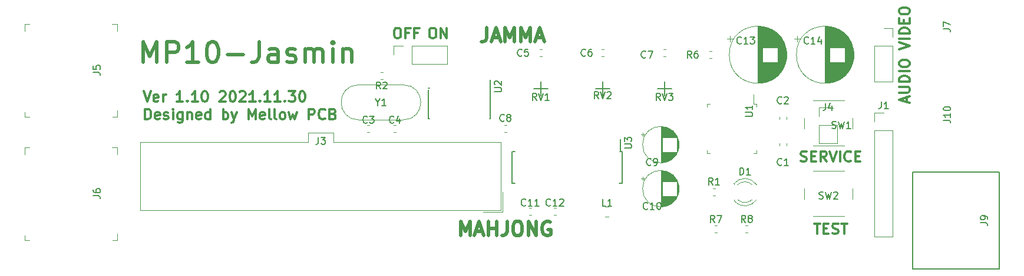
<source format=gbr>
G04 #@! TF.GenerationSoftware,KiCad,Pcbnew,(5.0.1-3-g963ef8bb5)*
G04 #@! TF.CreationDate,2021-12-01T04:01:33+09:00*
G04 #@! TF.ProjectId,Jasmin,4A61736D696E2E6B696361645F706362,rev?*
G04 #@! TF.SameCoordinates,Original*
G04 #@! TF.FileFunction,Legend,Top*
G04 #@! TF.FilePolarity,Positive*
%FSLAX46Y46*%
G04 Gerber Fmt 4.6, Leading zero omitted, Abs format (unit mm)*
G04 Created by KiCad (PCBNEW (5.0.1-3-g963ef8bb5)) date 2021 December 01, Wednesday 04:01:33*
%MOMM*%
%LPD*%
G01*
G04 APERTURE LIST*
%ADD10C,0.300000*%
%ADD11C,0.500000*%
%ADD12C,0.120000*%
%ADD13C,0.100000*%
%ADD14C,0.150000*%
G04 APERTURE END LIST*
D10*
X211578000Y-51525428D02*
X211578000Y-50811142D01*
X212006571Y-51668285D02*
X210506571Y-51168285D01*
X212006571Y-50668285D01*
X210506571Y-50168285D02*
X211720857Y-50168285D01*
X211863714Y-50096857D01*
X211935142Y-50025428D01*
X212006571Y-49882571D01*
X212006571Y-49596857D01*
X211935142Y-49454000D01*
X211863714Y-49382571D01*
X211720857Y-49311142D01*
X210506571Y-49311142D01*
X212006571Y-48596857D02*
X210506571Y-48596857D01*
X210506571Y-48239714D01*
X210578000Y-48025428D01*
X210720857Y-47882571D01*
X210863714Y-47811142D01*
X211149428Y-47739714D01*
X211363714Y-47739714D01*
X211649428Y-47811142D01*
X211792285Y-47882571D01*
X211935142Y-48025428D01*
X212006571Y-48239714D01*
X212006571Y-48596857D01*
X212006571Y-47096857D02*
X210506571Y-47096857D01*
X210506571Y-46096857D02*
X210506571Y-45811142D01*
X210578000Y-45668285D01*
X210720857Y-45525428D01*
X211006571Y-45454000D01*
X211506571Y-45454000D01*
X211792285Y-45525428D01*
X211935142Y-45668285D01*
X212006571Y-45811142D01*
X212006571Y-46096857D01*
X211935142Y-46239714D01*
X211792285Y-46382571D01*
X211506571Y-46454000D01*
X211006571Y-46454000D01*
X210720857Y-46382571D01*
X210578000Y-46239714D01*
X210506571Y-46096857D01*
X210506571Y-43882571D02*
X212006571Y-43382571D01*
X210506571Y-42882571D01*
X212006571Y-42382571D02*
X210506571Y-42382571D01*
X212006571Y-41668285D02*
X210506571Y-41668285D01*
X210506571Y-41311142D01*
X210578000Y-41096857D01*
X210720857Y-40954000D01*
X210863714Y-40882571D01*
X211149428Y-40811142D01*
X211363714Y-40811142D01*
X211649428Y-40882571D01*
X211792285Y-40954000D01*
X211935142Y-41096857D01*
X212006571Y-41311142D01*
X212006571Y-41668285D01*
X211220857Y-40168285D02*
X211220857Y-39668285D01*
X212006571Y-39454000D02*
X212006571Y-40168285D01*
X210506571Y-40168285D01*
X210506571Y-39454000D01*
X210506571Y-38525428D02*
X210506571Y-38239714D01*
X210578000Y-38096857D01*
X210720857Y-37954000D01*
X211006571Y-37882571D01*
X211506571Y-37882571D01*
X211792285Y-37954000D01*
X211935142Y-38096857D01*
X212006571Y-38239714D01*
X212006571Y-38525428D01*
X211935142Y-38668285D01*
X211792285Y-38811142D01*
X211506571Y-38882571D01*
X211006571Y-38882571D01*
X210720857Y-38811142D01*
X210578000Y-38668285D01*
X210506571Y-38525428D01*
X138271428Y-40834571D02*
X138557142Y-40834571D01*
X138700000Y-40906000D01*
X138842857Y-41048857D01*
X138914285Y-41334571D01*
X138914285Y-41834571D01*
X138842857Y-42120285D01*
X138700000Y-42263142D01*
X138557142Y-42334571D01*
X138271428Y-42334571D01*
X138128571Y-42263142D01*
X137985714Y-42120285D01*
X137914285Y-41834571D01*
X137914285Y-41334571D01*
X137985714Y-41048857D01*
X138128571Y-40906000D01*
X138271428Y-40834571D01*
X140057142Y-41548857D02*
X139557142Y-41548857D01*
X139557142Y-42334571D02*
X139557142Y-40834571D01*
X140271428Y-40834571D01*
X141342857Y-41548857D02*
X140842857Y-41548857D01*
X140842857Y-42334571D02*
X140842857Y-40834571D01*
X141557142Y-40834571D01*
X143343428Y-40834571D02*
X143629142Y-40834571D01*
X143772000Y-40906000D01*
X143914857Y-41048857D01*
X143986285Y-41334571D01*
X143986285Y-41834571D01*
X143914857Y-42120285D01*
X143772000Y-42263142D01*
X143629142Y-42334571D01*
X143343428Y-42334571D01*
X143200571Y-42263142D01*
X143057714Y-42120285D01*
X142986285Y-41834571D01*
X142986285Y-41334571D01*
X143057714Y-41048857D01*
X143200571Y-40906000D01*
X143343428Y-40834571D01*
X144629142Y-42334571D02*
X144629142Y-40834571D01*
X145486285Y-42334571D01*
X145486285Y-40834571D01*
D11*
X101840000Y-45807142D02*
X101840000Y-42807142D01*
X102840000Y-44950000D01*
X103840000Y-42807142D01*
X103840000Y-45807142D01*
X105268571Y-45807142D02*
X105268571Y-42807142D01*
X106411428Y-42807142D01*
X106697142Y-42950000D01*
X106840000Y-43092857D01*
X106982857Y-43378571D01*
X106982857Y-43807142D01*
X106840000Y-44092857D01*
X106697142Y-44235714D01*
X106411428Y-44378571D01*
X105268571Y-44378571D01*
X109840000Y-45807142D02*
X108125714Y-45807142D01*
X108982857Y-45807142D02*
X108982857Y-42807142D01*
X108697142Y-43235714D01*
X108411428Y-43521428D01*
X108125714Y-43664285D01*
X111697142Y-42807142D02*
X111982857Y-42807142D01*
X112268571Y-42950000D01*
X112411428Y-43092857D01*
X112554285Y-43378571D01*
X112697142Y-43950000D01*
X112697142Y-44664285D01*
X112554285Y-45235714D01*
X112411428Y-45521428D01*
X112268571Y-45664285D01*
X111982857Y-45807142D01*
X111697142Y-45807142D01*
X111411428Y-45664285D01*
X111268571Y-45521428D01*
X111125714Y-45235714D01*
X110982857Y-44664285D01*
X110982857Y-43950000D01*
X111125714Y-43378571D01*
X111268571Y-43092857D01*
X111411428Y-42950000D01*
X111697142Y-42807142D01*
X113982857Y-44664285D02*
X116268571Y-44664285D01*
X118554285Y-42807142D02*
X118554285Y-44950000D01*
X118411428Y-45378571D01*
X118125714Y-45664285D01*
X117697142Y-45807142D01*
X117411428Y-45807142D01*
X121268571Y-45807142D02*
X121268571Y-44235714D01*
X121125714Y-43950000D01*
X120840000Y-43807142D01*
X120268571Y-43807142D01*
X119982857Y-43950000D01*
X121268571Y-45664285D02*
X120982857Y-45807142D01*
X120268571Y-45807142D01*
X119982857Y-45664285D01*
X119840000Y-45378571D01*
X119840000Y-45092857D01*
X119982857Y-44807142D01*
X120268571Y-44664285D01*
X120982857Y-44664285D01*
X121268571Y-44521428D01*
X122554285Y-45664285D02*
X122840000Y-45807142D01*
X123411428Y-45807142D01*
X123697142Y-45664285D01*
X123840000Y-45378571D01*
X123840000Y-45235714D01*
X123697142Y-44950000D01*
X123411428Y-44807142D01*
X122982857Y-44807142D01*
X122697142Y-44664285D01*
X122554285Y-44378571D01*
X122554285Y-44235714D01*
X122697142Y-43950000D01*
X122982857Y-43807142D01*
X123411428Y-43807142D01*
X123697142Y-43950000D01*
X125125714Y-45807142D02*
X125125714Y-43807142D01*
X125125714Y-44092857D02*
X125268571Y-43950000D01*
X125554285Y-43807142D01*
X125982857Y-43807142D01*
X126268571Y-43950000D01*
X126411428Y-44235714D01*
X126411428Y-45807142D01*
X126411428Y-44235714D02*
X126554285Y-43950000D01*
X126840000Y-43807142D01*
X127268571Y-43807142D01*
X127554285Y-43950000D01*
X127697142Y-44235714D01*
X127697142Y-45807142D01*
X129125714Y-45807142D02*
X129125714Y-43807142D01*
X129125714Y-42807142D02*
X128982857Y-42950000D01*
X129125714Y-43092857D01*
X129268571Y-42950000D01*
X129125714Y-42807142D01*
X129125714Y-43092857D01*
X130554285Y-43807142D02*
X130554285Y-45807142D01*
X130554285Y-44092857D02*
X130697142Y-43950000D01*
X130982857Y-43807142D01*
X131411428Y-43807142D01*
X131697142Y-43950000D01*
X131840000Y-44235714D01*
X131840000Y-45807142D01*
D10*
X196374285Y-60043142D02*
X196588571Y-60114571D01*
X196945714Y-60114571D01*
X197088571Y-60043142D01*
X197160000Y-59971714D01*
X197231428Y-59828857D01*
X197231428Y-59686000D01*
X197160000Y-59543142D01*
X197088571Y-59471714D01*
X196945714Y-59400285D01*
X196660000Y-59328857D01*
X196517142Y-59257428D01*
X196445714Y-59186000D01*
X196374285Y-59043142D01*
X196374285Y-58900285D01*
X196445714Y-58757428D01*
X196517142Y-58686000D01*
X196660000Y-58614571D01*
X197017142Y-58614571D01*
X197231428Y-58686000D01*
X197874285Y-59328857D02*
X198374285Y-59328857D01*
X198588571Y-60114571D02*
X197874285Y-60114571D01*
X197874285Y-58614571D01*
X198588571Y-58614571D01*
X200088571Y-60114571D02*
X199588571Y-59400285D01*
X199231428Y-60114571D02*
X199231428Y-58614571D01*
X199802857Y-58614571D01*
X199945714Y-58686000D01*
X200017142Y-58757428D01*
X200088571Y-58900285D01*
X200088571Y-59114571D01*
X200017142Y-59257428D01*
X199945714Y-59328857D01*
X199802857Y-59400285D01*
X199231428Y-59400285D01*
X200517142Y-58614571D02*
X201017142Y-60114571D01*
X201517142Y-58614571D01*
X202017142Y-60114571D02*
X202017142Y-58614571D01*
X203588571Y-59971714D02*
X203517142Y-60043142D01*
X203302857Y-60114571D01*
X203160000Y-60114571D01*
X202945714Y-60043142D01*
X202802857Y-59900285D01*
X202731428Y-59757428D01*
X202660000Y-59471714D01*
X202660000Y-59257428D01*
X202731428Y-58971714D01*
X202802857Y-58828857D01*
X202945714Y-58686000D01*
X203160000Y-58614571D01*
X203302857Y-58614571D01*
X203517142Y-58686000D01*
X203588571Y-58757428D01*
X204231428Y-59328857D02*
X204731428Y-59328857D01*
X204945714Y-60114571D02*
X204231428Y-60114571D01*
X204231428Y-58614571D01*
X204945714Y-58614571D01*
X198267142Y-69028571D02*
X199124285Y-69028571D01*
X198695714Y-70528571D02*
X198695714Y-69028571D01*
X199624285Y-69742857D02*
X200124285Y-69742857D01*
X200338571Y-70528571D02*
X199624285Y-70528571D01*
X199624285Y-69028571D01*
X200338571Y-69028571D01*
X200910000Y-70457142D02*
X201124285Y-70528571D01*
X201481428Y-70528571D01*
X201624285Y-70457142D01*
X201695714Y-70385714D01*
X201767142Y-70242857D01*
X201767142Y-70100000D01*
X201695714Y-69957142D01*
X201624285Y-69885714D01*
X201481428Y-69814285D01*
X201195714Y-69742857D01*
X201052857Y-69671428D01*
X200981428Y-69600000D01*
X200910000Y-69457142D01*
X200910000Y-69314285D01*
X200981428Y-69171428D01*
X201052857Y-69100000D01*
X201195714Y-69028571D01*
X201552857Y-69028571D01*
X201767142Y-69100000D01*
X202195714Y-69028571D02*
X203052857Y-69028571D01*
X202624285Y-70528571D02*
X202624285Y-69028571D01*
D11*
X147495428Y-70754761D02*
X147495428Y-68754761D01*
X148162095Y-70183333D01*
X148828761Y-68754761D01*
X148828761Y-70754761D01*
X149685904Y-70183333D02*
X150638285Y-70183333D01*
X149495428Y-70754761D02*
X150162095Y-68754761D01*
X150828761Y-70754761D01*
X151495428Y-70754761D02*
X151495428Y-68754761D01*
X151495428Y-69707142D02*
X152638285Y-69707142D01*
X152638285Y-70754761D02*
X152638285Y-68754761D01*
X154162095Y-68754761D02*
X154162095Y-70183333D01*
X154066857Y-70469047D01*
X153876380Y-70659523D01*
X153590666Y-70754761D01*
X153400190Y-70754761D01*
X155495428Y-68754761D02*
X155876380Y-68754761D01*
X156066857Y-68850000D01*
X156257333Y-69040476D01*
X156352571Y-69421428D01*
X156352571Y-70088095D01*
X156257333Y-70469047D01*
X156066857Y-70659523D01*
X155876380Y-70754761D01*
X155495428Y-70754761D01*
X155304952Y-70659523D01*
X155114476Y-70469047D01*
X155019238Y-70088095D01*
X155019238Y-69421428D01*
X155114476Y-69040476D01*
X155304952Y-68850000D01*
X155495428Y-68754761D01*
X157209714Y-70754761D02*
X157209714Y-68754761D01*
X158352571Y-70754761D01*
X158352571Y-68754761D01*
X160352571Y-68850000D02*
X160162095Y-68754761D01*
X159876380Y-68754761D01*
X159590666Y-68850000D01*
X159400190Y-69040476D01*
X159304952Y-69230952D01*
X159209714Y-69611904D01*
X159209714Y-69897619D01*
X159304952Y-70278571D01*
X159400190Y-70469047D01*
X159590666Y-70659523D01*
X159876380Y-70754761D01*
X160066857Y-70754761D01*
X160352571Y-70659523D01*
X160447809Y-70564285D01*
X160447809Y-69897619D01*
X160066857Y-69897619D01*
X151225714Y-40814761D02*
X151225714Y-42243333D01*
X151130476Y-42529047D01*
X150940000Y-42719523D01*
X150654285Y-42814761D01*
X150463809Y-42814761D01*
X152082857Y-42243333D02*
X153035238Y-42243333D01*
X151892380Y-42814761D02*
X152559047Y-40814761D01*
X153225714Y-42814761D01*
X153892380Y-42814761D02*
X153892380Y-40814761D01*
X154559047Y-42243333D01*
X155225714Y-40814761D01*
X155225714Y-42814761D01*
X156178095Y-42814761D02*
X156178095Y-40814761D01*
X156844761Y-42243333D01*
X157511428Y-40814761D01*
X157511428Y-42814761D01*
X158368571Y-42243333D02*
X159320952Y-42243333D01*
X158178095Y-42814761D02*
X158844761Y-40814761D01*
X159511428Y-42814761D01*
D10*
X101937857Y-49973571D02*
X102437857Y-51473571D01*
X102937857Y-49973571D01*
X104009285Y-51402142D02*
X103866428Y-51473571D01*
X103580714Y-51473571D01*
X103437857Y-51402142D01*
X103366428Y-51259285D01*
X103366428Y-50687857D01*
X103437857Y-50545000D01*
X103580714Y-50473571D01*
X103866428Y-50473571D01*
X104009285Y-50545000D01*
X104080714Y-50687857D01*
X104080714Y-50830714D01*
X103366428Y-50973571D01*
X104723571Y-51473571D02*
X104723571Y-50473571D01*
X104723571Y-50759285D02*
X104795000Y-50616428D01*
X104866428Y-50545000D01*
X105009285Y-50473571D01*
X105152142Y-50473571D01*
X107580714Y-51473571D02*
X106723571Y-51473571D01*
X107152142Y-51473571D02*
X107152142Y-49973571D01*
X107009285Y-50187857D01*
X106866428Y-50330714D01*
X106723571Y-50402142D01*
X108223571Y-51330714D02*
X108295000Y-51402142D01*
X108223571Y-51473571D01*
X108152142Y-51402142D01*
X108223571Y-51330714D01*
X108223571Y-51473571D01*
X109723571Y-51473571D02*
X108866428Y-51473571D01*
X109295000Y-51473571D02*
X109295000Y-49973571D01*
X109152142Y-50187857D01*
X109009285Y-50330714D01*
X108866428Y-50402142D01*
X110652142Y-49973571D02*
X110795000Y-49973571D01*
X110937857Y-50045000D01*
X111009285Y-50116428D01*
X111080714Y-50259285D01*
X111152142Y-50545000D01*
X111152142Y-50902142D01*
X111080714Y-51187857D01*
X111009285Y-51330714D01*
X110937857Y-51402142D01*
X110795000Y-51473571D01*
X110652142Y-51473571D01*
X110509285Y-51402142D01*
X110437857Y-51330714D01*
X110366428Y-51187857D01*
X110295000Y-50902142D01*
X110295000Y-50545000D01*
X110366428Y-50259285D01*
X110437857Y-50116428D01*
X110509285Y-50045000D01*
X110652142Y-49973571D01*
X112866428Y-50116428D02*
X112937857Y-50045000D01*
X113080714Y-49973571D01*
X113437857Y-49973571D01*
X113580714Y-50045000D01*
X113652142Y-50116428D01*
X113723571Y-50259285D01*
X113723571Y-50402142D01*
X113652142Y-50616428D01*
X112795000Y-51473571D01*
X113723571Y-51473571D01*
X114652142Y-49973571D02*
X114795000Y-49973571D01*
X114937857Y-50045000D01*
X115009285Y-50116428D01*
X115080714Y-50259285D01*
X115152142Y-50545000D01*
X115152142Y-50902142D01*
X115080714Y-51187857D01*
X115009285Y-51330714D01*
X114937857Y-51402142D01*
X114795000Y-51473571D01*
X114652142Y-51473571D01*
X114509285Y-51402142D01*
X114437857Y-51330714D01*
X114366428Y-51187857D01*
X114295000Y-50902142D01*
X114295000Y-50545000D01*
X114366428Y-50259285D01*
X114437857Y-50116428D01*
X114509285Y-50045000D01*
X114652142Y-49973571D01*
X115723571Y-50116428D02*
X115795000Y-50045000D01*
X115937857Y-49973571D01*
X116295000Y-49973571D01*
X116437857Y-50045000D01*
X116509285Y-50116428D01*
X116580714Y-50259285D01*
X116580714Y-50402142D01*
X116509285Y-50616428D01*
X115652142Y-51473571D01*
X116580714Y-51473571D01*
X118009285Y-51473571D02*
X117152142Y-51473571D01*
X117580714Y-51473571D02*
X117580714Y-49973571D01*
X117437857Y-50187857D01*
X117295000Y-50330714D01*
X117152142Y-50402142D01*
X118652142Y-51330714D02*
X118723571Y-51402142D01*
X118652142Y-51473571D01*
X118580714Y-51402142D01*
X118652142Y-51330714D01*
X118652142Y-51473571D01*
X120152142Y-51473571D02*
X119295000Y-51473571D01*
X119723571Y-51473571D02*
X119723571Y-49973571D01*
X119580714Y-50187857D01*
X119437857Y-50330714D01*
X119295000Y-50402142D01*
X121580714Y-51473571D02*
X120723571Y-51473571D01*
X121152142Y-51473571D02*
X121152142Y-49973571D01*
X121009285Y-50187857D01*
X120866428Y-50330714D01*
X120723571Y-50402142D01*
X122223571Y-51330714D02*
X122295000Y-51402142D01*
X122223571Y-51473571D01*
X122152142Y-51402142D01*
X122223571Y-51330714D01*
X122223571Y-51473571D01*
X122795000Y-49973571D02*
X123723571Y-49973571D01*
X123223571Y-50545000D01*
X123437857Y-50545000D01*
X123580714Y-50616428D01*
X123652142Y-50687857D01*
X123723571Y-50830714D01*
X123723571Y-51187857D01*
X123652142Y-51330714D01*
X123580714Y-51402142D01*
X123437857Y-51473571D01*
X123009285Y-51473571D01*
X122866428Y-51402142D01*
X122795000Y-51330714D01*
X124652142Y-49973571D02*
X124795000Y-49973571D01*
X124937857Y-50045000D01*
X125009285Y-50116428D01*
X125080714Y-50259285D01*
X125152142Y-50545000D01*
X125152142Y-50902142D01*
X125080714Y-51187857D01*
X125009285Y-51330714D01*
X124937857Y-51402142D01*
X124795000Y-51473571D01*
X124652142Y-51473571D01*
X124509285Y-51402142D01*
X124437857Y-51330714D01*
X124366428Y-51187857D01*
X124295000Y-50902142D01*
X124295000Y-50545000D01*
X124366428Y-50259285D01*
X124437857Y-50116428D01*
X124509285Y-50045000D01*
X124652142Y-49973571D01*
X102152142Y-54023571D02*
X102152142Y-52523571D01*
X102509285Y-52523571D01*
X102723571Y-52595000D01*
X102866428Y-52737857D01*
X102937857Y-52880714D01*
X103009285Y-53166428D01*
X103009285Y-53380714D01*
X102937857Y-53666428D01*
X102866428Y-53809285D01*
X102723571Y-53952142D01*
X102509285Y-54023571D01*
X102152142Y-54023571D01*
X104223571Y-53952142D02*
X104080714Y-54023571D01*
X103795000Y-54023571D01*
X103652142Y-53952142D01*
X103580714Y-53809285D01*
X103580714Y-53237857D01*
X103652142Y-53095000D01*
X103795000Y-53023571D01*
X104080714Y-53023571D01*
X104223571Y-53095000D01*
X104295000Y-53237857D01*
X104295000Y-53380714D01*
X103580714Y-53523571D01*
X104866428Y-53952142D02*
X105009285Y-54023571D01*
X105295000Y-54023571D01*
X105437857Y-53952142D01*
X105509285Y-53809285D01*
X105509285Y-53737857D01*
X105437857Y-53595000D01*
X105295000Y-53523571D01*
X105080714Y-53523571D01*
X104937857Y-53452142D01*
X104866428Y-53309285D01*
X104866428Y-53237857D01*
X104937857Y-53095000D01*
X105080714Y-53023571D01*
X105295000Y-53023571D01*
X105437857Y-53095000D01*
X106152142Y-54023571D02*
X106152142Y-53023571D01*
X106152142Y-52523571D02*
X106080714Y-52595000D01*
X106152142Y-52666428D01*
X106223571Y-52595000D01*
X106152142Y-52523571D01*
X106152142Y-52666428D01*
X107509285Y-53023571D02*
X107509285Y-54237857D01*
X107437857Y-54380714D01*
X107366428Y-54452142D01*
X107223571Y-54523571D01*
X107009285Y-54523571D01*
X106866428Y-54452142D01*
X107509285Y-53952142D02*
X107366428Y-54023571D01*
X107080714Y-54023571D01*
X106937857Y-53952142D01*
X106866428Y-53880714D01*
X106795000Y-53737857D01*
X106795000Y-53309285D01*
X106866428Y-53166428D01*
X106937857Y-53095000D01*
X107080714Y-53023571D01*
X107366428Y-53023571D01*
X107509285Y-53095000D01*
X108223571Y-53023571D02*
X108223571Y-54023571D01*
X108223571Y-53166428D02*
X108295000Y-53095000D01*
X108437857Y-53023571D01*
X108652142Y-53023571D01*
X108795000Y-53095000D01*
X108866428Y-53237857D01*
X108866428Y-54023571D01*
X110152142Y-53952142D02*
X110009285Y-54023571D01*
X109723571Y-54023571D01*
X109580714Y-53952142D01*
X109509285Y-53809285D01*
X109509285Y-53237857D01*
X109580714Y-53095000D01*
X109723571Y-53023571D01*
X110009285Y-53023571D01*
X110152142Y-53095000D01*
X110223571Y-53237857D01*
X110223571Y-53380714D01*
X109509285Y-53523571D01*
X111509285Y-54023571D02*
X111509285Y-52523571D01*
X111509285Y-53952142D02*
X111366428Y-54023571D01*
X111080714Y-54023571D01*
X110937857Y-53952142D01*
X110866428Y-53880714D01*
X110795000Y-53737857D01*
X110795000Y-53309285D01*
X110866428Y-53166428D01*
X110937857Y-53095000D01*
X111080714Y-53023571D01*
X111366428Y-53023571D01*
X111509285Y-53095000D01*
X113366428Y-54023571D02*
X113366428Y-52523571D01*
X113366428Y-53095000D02*
X113509285Y-53023571D01*
X113795000Y-53023571D01*
X113937857Y-53095000D01*
X114009285Y-53166428D01*
X114080714Y-53309285D01*
X114080714Y-53737857D01*
X114009285Y-53880714D01*
X113937857Y-53952142D01*
X113795000Y-54023571D01*
X113509285Y-54023571D01*
X113366428Y-53952142D01*
X114580714Y-53023571D02*
X114937857Y-54023571D01*
X115295000Y-53023571D02*
X114937857Y-54023571D01*
X114795000Y-54380714D01*
X114723571Y-54452142D01*
X114580714Y-54523571D01*
X117009285Y-54023571D02*
X117009285Y-52523571D01*
X117509285Y-53595000D01*
X118009285Y-52523571D01*
X118009285Y-54023571D01*
X119295000Y-53952142D02*
X119152142Y-54023571D01*
X118866428Y-54023571D01*
X118723571Y-53952142D01*
X118652142Y-53809285D01*
X118652142Y-53237857D01*
X118723571Y-53095000D01*
X118866428Y-53023571D01*
X119152142Y-53023571D01*
X119295000Y-53095000D01*
X119366428Y-53237857D01*
X119366428Y-53380714D01*
X118652142Y-53523571D01*
X120223571Y-54023571D02*
X120080714Y-53952142D01*
X120009285Y-53809285D01*
X120009285Y-52523571D01*
X121009285Y-54023571D02*
X120866428Y-53952142D01*
X120795000Y-53809285D01*
X120795000Y-52523571D01*
X121795000Y-54023571D02*
X121652142Y-53952142D01*
X121580714Y-53880714D01*
X121509285Y-53737857D01*
X121509285Y-53309285D01*
X121580714Y-53166428D01*
X121652142Y-53095000D01*
X121795000Y-53023571D01*
X122009285Y-53023571D01*
X122152142Y-53095000D01*
X122223571Y-53166428D01*
X122295000Y-53309285D01*
X122295000Y-53737857D01*
X122223571Y-53880714D01*
X122152142Y-53952142D01*
X122009285Y-54023571D01*
X121795000Y-54023571D01*
X122795000Y-53023571D02*
X123080714Y-54023571D01*
X123366428Y-53309285D01*
X123652142Y-54023571D01*
X123937857Y-53023571D01*
X125652142Y-54023571D02*
X125652142Y-52523571D01*
X126223571Y-52523571D01*
X126366428Y-52595000D01*
X126437857Y-52666428D01*
X126509285Y-52809285D01*
X126509285Y-53023571D01*
X126437857Y-53166428D01*
X126366428Y-53237857D01*
X126223571Y-53309285D01*
X125652142Y-53309285D01*
X128009285Y-53880714D02*
X127937857Y-53952142D01*
X127723571Y-54023571D01*
X127580714Y-54023571D01*
X127366428Y-53952142D01*
X127223571Y-53809285D01*
X127152142Y-53666428D01*
X127080714Y-53380714D01*
X127080714Y-53166428D01*
X127152142Y-52880714D01*
X127223571Y-52737857D01*
X127366428Y-52595000D01*
X127580714Y-52523571D01*
X127723571Y-52523571D01*
X127937857Y-52595000D01*
X128009285Y-52666428D01*
X129152142Y-53237857D02*
X129366428Y-53309285D01*
X129437857Y-53380714D01*
X129509285Y-53523571D01*
X129509285Y-53737857D01*
X129437857Y-53880714D01*
X129366428Y-53952142D01*
X129223571Y-54023571D01*
X128652142Y-54023571D01*
X128652142Y-52523571D01*
X129152142Y-52523571D01*
X129295000Y-52595000D01*
X129366428Y-52666428D01*
X129437857Y-52809285D01*
X129437857Y-52952142D01*
X129366428Y-53095000D01*
X129295000Y-53166428D01*
X129152142Y-53237857D01*
X128652142Y-53237857D01*
D12*
G04 #@! TO.C,J3*
X127395000Y-67130000D02*
X153305000Y-67130000D01*
X153305000Y-67130000D02*
X153305000Y-57310000D01*
X153305000Y-57310000D02*
X129205000Y-57310000D01*
X129205000Y-57310000D02*
X129205000Y-55910000D01*
X129205000Y-55910000D02*
X127395000Y-55910000D01*
X127395000Y-67130000D02*
X101485000Y-67130000D01*
X101485000Y-67130000D02*
X101485000Y-57310000D01*
X101485000Y-57310000D02*
X125585000Y-57310000D01*
X125585000Y-57310000D02*
X125585000Y-55910000D01*
X125585000Y-55910000D02*
X127395000Y-55910000D01*
X150695000Y-67370000D02*
X153545000Y-67370000D01*
X153545000Y-67370000D02*
X153545000Y-64520000D01*
G04 #@! TO.C,C1*
X194312000Y-57486733D02*
X194312000Y-57829267D01*
X193292000Y-57486733D02*
X193292000Y-57829267D01*
G04 #@! TO.C,C2*
X194312000Y-54019267D02*
X194312000Y-53676733D01*
X193292000Y-54019267D02*
X193292000Y-53676733D01*
G04 #@! TO.C,C3*
X134076221Y-55882000D02*
X134401779Y-55882000D01*
X134076221Y-54862000D02*
X134401779Y-54862000D01*
G04 #@! TO.C,C4*
X138211779Y-54862000D02*
X137886221Y-54862000D01*
X138211779Y-55882000D02*
X137886221Y-55882000D01*
G04 #@! TO.C,C5*
X158841221Y-43940000D02*
X159166779Y-43940000D01*
X158841221Y-44960000D02*
X159166779Y-44960000D01*
G04 #@! TO.C,C6*
X167731221Y-43940000D02*
X168056779Y-43940000D01*
X167731221Y-44960000D02*
X168056779Y-44960000D01*
G04 #@! TO.C,C7*
X176621221Y-44960000D02*
X176946779Y-44960000D01*
X176621221Y-43940000D02*
X176946779Y-43940000D01*
G04 #@! TO.C,C8*
X154086779Y-54862000D02*
X153761221Y-54862000D01*
X154086779Y-55882000D02*
X153761221Y-55882000D01*
G04 #@! TO.C,C9*
X178876000Y-57658000D02*
G75*
G03X178876000Y-57658000I-2620000J0D01*
G01*
X176256000Y-55078000D02*
X176256000Y-60238000D01*
X176296000Y-55078000D02*
X176296000Y-60238000D01*
X176336000Y-55079000D02*
X176336000Y-60237000D01*
X176376000Y-55080000D02*
X176376000Y-60236000D01*
X176416000Y-55082000D02*
X176416000Y-60234000D01*
X176456000Y-55085000D02*
X176456000Y-60231000D01*
X176496000Y-55089000D02*
X176496000Y-56618000D01*
X176496000Y-58698000D02*
X176496000Y-60227000D01*
X176536000Y-55093000D02*
X176536000Y-56618000D01*
X176536000Y-58698000D02*
X176536000Y-60223000D01*
X176576000Y-55097000D02*
X176576000Y-56618000D01*
X176576000Y-58698000D02*
X176576000Y-60219000D01*
X176616000Y-55102000D02*
X176616000Y-56618000D01*
X176616000Y-58698000D02*
X176616000Y-60214000D01*
X176656000Y-55108000D02*
X176656000Y-56618000D01*
X176656000Y-58698000D02*
X176656000Y-60208000D01*
X176696000Y-55115000D02*
X176696000Y-56618000D01*
X176696000Y-58698000D02*
X176696000Y-60201000D01*
X176736000Y-55122000D02*
X176736000Y-56618000D01*
X176736000Y-58698000D02*
X176736000Y-60194000D01*
X176776000Y-55130000D02*
X176776000Y-56618000D01*
X176776000Y-58698000D02*
X176776000Y-60186000D01*
X176816000Y-55138000D02*
X176816000Y-56618000D01*
X176816000Y-58698000D02*
X176816000Y-60178000D01*
X176856000Y-55147000D02*
X176856000Y-56618000D01*
X176856000Y-58698000D02*
X176856000Y-60169000D01*
X176896000Y-55157000D02*
X176896000Y-56618000D01*
X176896000Y-58698000D02*
X176896000Y-60159000D01*
X176936000Y-55167000D02*
X176936000Y-56618000D01*
X176936000Y-58698000D02*
X176936000Y-60149000D01*
X176977000Y-55178000D02*
X176977000Y-56618000D01*
X176977000Y-58698000D02*
X176977000Y-60138000D01*
X177017000Y-55190000D02*
X177017000Y-56618000D01*
X177017000Y-58698000D02*
X177017000Y-60126000D01*
X177057000Y-55203000D02*
X177057000Y-56618000D01*
X177057000Y-58698000D02*
X177057000Y-60113000D01*
X177097000Y-55216000D02*
X177097000Y-56618000D01*
X177097000Y-58698000D02*
X177097000Y-60100000D01*
X177137000Y-55230000D02*
X177137000Y-56618000D01*
X177137000Y-58698000D02*
X177137000Y-60086000D01*
X177177000Y-55244000D02*
X177177000Y-56618000D01*
X177177000Y-58698000D02*
X177177000Y-60072000D01*
X177217000Y-55260000D02*
X177217000Y-56618000D01*
X177217000Y-58698000D02*
X177217000Y-60056000D01*
X177257000Y-55276000D02*
X177257000Y-56618000D01*
X177257000Y-58698000D02*
X177257000Y-60040000D01*
X177297000Y-55293000D02*
X177297000Y-56618000D01*
X177297000Y-58698000D02*
X177297000Y-60023000D01*
X177337000Y-55310000D02*
X177337000Y-56618000D01*
X177337000Y-58698000D02*
X177337000Y-60006000D01*
X177377000Y-55329000D02*
X177377000Y-56618000D01*
X177377000Y-58698000D02*
X177377000Y-59987000D01*
X177417000Y-55348000D02*
X177417000Y-56618000D01*
X177417000Y-58698000D02*
X177417000Y-59968000D01*
X177457000Y-55368000D02*
X177457000Y-56618000D01*
X177457000Y-58698000D02*
X177457000Y-59948000D01*
X177497000Y-55390000D02*
X177497000Y-56618000D01*
X177497000Y-58698000D02*
X177497000Y-59926000D01*
X177537000Y-55411000D02*
X177537000Y-56618000D01*
X177537000Y-58698000D02*
X177537000Y-59905000D01*
X177577000Y-55434000D02*
X177577000Y-56618000D01*
X177577000Y-58698000D02*
X177577000Y-59882000D01*
X177617000Y-55458000D02*
X177617000Y-56618000D01*
X177617000Y-58698000D02*
X177617000Y-59858000D01*
X177657000Y-55483000D02*
X177657000Y-56618000D01*
X177657000Y-58698000D02*
X177657000Y-59833000D01*
X177697000Y-55509000D02*
X177697000Y-56618000D01*
X177697000Y-58698000D02*
X177697000Y-59807000D01*
X177737000Y-55536000D02*
X177737000Y-56618000D01*
X177737000Y-58698000D02*
X177737000Y-59780000D01*
X177777000Y-55563000D02*
X177777000Y-56618000D01*
X177777000Y-58698000D02*
X177777000Y-59753000D01*
X177817000Y-55593000D02*
X177817000Y-56618000D01*
X177817000Y-58698000D02*
X177817000Y-59723000D01*
X177857000Y-55623000D02*
X177857000Y-56618000D01*
X177857000Y-58698000D02*
X177857000Y-59693000D01*
X177897000Y-55654000D02*
X177897000Y-56618000D01*
X177897000Y-58698000D02*
X177897000Y-59662000D01*
X177937000Y-55687000D02*
X177937000Y-56618000D01*
X177937000Y-58698000D02*
X177937000Y-59629000D01*
X177977000Y-55721000D02*
X177977000Y-56618000D01*
X177977000Y-58698000D02*
X177977000Y-59595000D01*
X178017000Y-55757000D02*
X178017000Y-56618000D01*
X178017000Y-58698000D02*
X178017000Y-59559000D01*
X178057000Y-55794000D02*
X178057000Y-56618000D01*
X178057000Y-58698000D02*
X178057000Y-59522000D01*
X178097000Y-55832000D02*
X178097000Y-56618000D01*
X178097000Y-58698000D02*
X178097000Y-59484000D01*
X178137000Y-55873000D02*
X178137000Y-56618000D01*
X178137000Y-58698000D02*
X178137000Y-59443000D01*
X178177000Y-55915000D02*
X178177000Y-56618000D01*
X178177000Y-58698000D02*
X178177000Y-59401000D01*
X178217000Y-55959000D02*
X178217000Y-56618000D01*
X178217000Y-58698000D02*
X178217000Y-59357000D01*
X178257000Y-56005000D02*
X178257000Y-56618000D01*
X178257000Y-58698000D02*
X178257000Y-59311000D01*
X178297000Y-56053000D02*
X178297000Y-56618000D01*
X178297000Y-58698000D02*
X178297000Y-59263000D01*
X178337000Y-56104000D02*
X178337000Y-56618000D01*
X178337000Y-58698000D02*
X178337000Y-59212000D01*
X178377000Y-56158000D02*
X178377000Y-56618000D01*
X178377000Y-58698000D02*
X178377000Y-59158000D01*
X178417000Y-56215000D02*
X178417000Y-56618000D01*
X178417000Y-58698000D02*
X178417000Y-59101000D01*
X178457000Y-56275000D02*
X178457000Y-56618000D01*
X178457000Y-58698000D02*
X178457000Y-59041000D01*
X178497000Y-56339000D02*
X178497000Y-56618000D01*
X178497000Y-58698000D02*
X178497000Y-58977000D01*
X178537000Y-56407000D02*
X178537000Y-56618000D01*
X178537000Y-58698000D02*
X178537000Y-58909000D01*
X178577000Y-56480000D02*
X178577000Y-58836000D01*
X178617000Y-56560000D02*
X178617000Y-58756000D01*
X178657000Y-56647000D02*
X178657000Y-58669000D01*
X178697000Y-56743000D02*
X178697000Y-58573000D01*
X178737000Y-56853000D02*
X178737000Y-58463000D01*
X178777000Y-56981000D02*
X178777000Y-58335000D01*
X178817000Y-57140000D02*
X178817000Y-58176000D01*
X178857000Y-57374000D02*
X178857000Y-57942000D01*
X173451225Y-56183000D02*
X173951225Y-56183000D01*
X173701225Y-55933000D02*
X173701225Y-56433000D01*
G04 #@! TO.C,C10*
X173701225Y-62283000D02*
X173701225Y-62783000D01*
X173451225Y-62533000D02*
X173951225Y-62533000D01*
X178857000Y-63724000D02*
X178857000Y-64292000D01*
X178817000Y-63490000D02*
X178817000Y-64526000D01*
X178777000Y-63331000D02*
X178777000Y-64685000D01*
X178737000Y-63203000D02*
X178737000Y-64813000D01*
X178697000Y-63093000D02*
X178697000Y-64923000D01*
X178657000Y-62997000D02*
X178657000Y-65019000D01*
X178617000Y-62910000D02*
X178617000Y-65106000D01*
X178577000Y-62830000D02*
X178577000Y-65186000D01*
X178537000Y-65048000D02*
X178537000Y-65259000D01*
X178537000Y-62757000D02*
X178537000Y-62968000D01*
X178497000Y-65048000D02*
X178497000Y-65327000D01*
X178497000Y-62689000D02*
X178497000Y-62968000D01*
X178457000Y-65048000D02*
X178457000Y-65391000D01*
X178457000Y-62625000D02*
X178457000Y-62968000D01*
X178417000Y-65048000D02*
X178417000Y-65451000D01*
X178417000Y-62565000D02*
X178417000Y-62968000D01*
X178377000Y-65048000D02*
X178377000Y-65508000D01*
X178377000Y-62508000D02*
X178377000Y-62968000D01*
X178337000Y-65048000D02*
X178337000Y-65562000D01*
X178337000Y-62454000D02*
X178337000Y-62968000D01*
X178297000Y-65048000D02*
X178297000Y-65613000D01*
X178297000Y-62403000D02*
X178297000Y-62968000D01*
X178257000Y-65048000D02*
X178257000Y-65661000D01*
X178257000Y-62355000D02*
X178257000Y-62968000D01*
X178217000Y-65048000D02*
X178217000Y-65707000D01*
X178217000Y-62309000D02*
X178217000Y-62968000D01*
X178177000Y-65048000D02*
X178177000Y-65751000D01*
X178177000Y-62265000D02*
X178177000Y-62968000D01*
X178137000Y-65048000D02*
X178137000Y-65793000D01*
X178137000Y-62223000D02*
X178137000Y-62968000D01*
X178097000Y-65048000D02*
X178097000Y-65834000D01*
X178097000Y-62182000D02*
X178097000Y-62968000D01*
X178057000Y-65048000D02*
X178057000Y-65872000D01*
X178057000Y-62144000D02*
X178057000Y-62968000D01*
X178017000Y-65048000D02*
X178017000Y-65909000D01*
X178017000Y-62107000D02*
X178017000Y-62968000D01*
X177977000Y-65048000D02*
X177977000Y-65945000D01*
X177977000Y-62071000D02*
X177977000Y-62968000D01*
X177937000Y-65048000D02*
X177937000Y-65979000D01*
X177937000Y-62037000D02*
X177937000Y-62968000D01*
X177897000Y-65048000D02*
X177897000Y-66012000D01*
X177897000Y-62004000D02*
X177897000Y-62968000D01*
X177857000Y-65048000D02*
X177857000Y-66043000D01*
X177857000Y-61973000D02*
X177857000Y-62968000D01*
X177817000Y-65048000D02*
X177817000Y-66073000D01*
X177817000Y-61943000D02*
X177817000Y-62968000D01*
X177777000Y-65048000D02*
X177777000Y-66103000D01*
X177777000Y-61913000D02*
X177777000Y-62968000D01*
X177737000Y-65048000D02*
X177737000Y-66130000D01*
X177737000Y-61886000D02*
X177737000Y-62968000D01*
X177697000Y-65048000D02*
X177697000Y-66157000D01*
X177697000Y-61859000D02*
X177697000Y-62968000D01*
X177657000Y-65048000D02*
X177657000Y-66183000D01*
X177657000Y-61833000D02*
X177657000Y-62968000D01*
X177617000Y-65048000D02*
X177617000Y-66208000D01*
X177617000Y-61808000D02*
X177617000Y-62968000D01*
X177577000Y-65048000D02*
X177577000Y-66232000D01*
X177577000Y-61784000D02*
X177577000Y-62968000D01*
X177537000Y-65048000D02*
X177537000Y-66255000D01*
X177537000Y-61761000D02*
X177537000Y-62968000D01*
X177497000Y-65048000D02*
X177497000Y-66276000D01*
X177497000Y-61740000D02*
X177497000Y-62968000D01*
X177457000Y-65048000D02*
X177457000Y-66298000D01*
X177457000Y-61718000D02*
X177457000Y-62968000D01*
X177417000Y-65048000D02*
X177417000Y-66318000D01*
X177417000Y-61698000D02*
X177417000Y-62968000D01*
X177377000Y-65048000D02*
X177377000Y-66337000D01*
X177377000Y-61679000D02*
X177377000Y-62968000D01*
X177337000Y-65048000D02*
X177337000Y-66356000D01*
X177337000Y-61660000D02*
X177337000Y-62968000D01*
X177297000Y-65048000D02*
X177297000Y-66373000D01*
X177297000Y-61643000D02*
X177297000Y-62968000D01*
X177257000Y-65048000D02*
X177257000Y-66390000D01*
X177257000Y-61626000D02*
X177257000Y-62968000D01*
X177217000Y-65048000D02*
X177217000Y-66406000D01*
X177217000Y-61610000D02*
X177217000Y-62968000D01*
X177177000Y-65048000D02*
X177177000Y-66422000D01*
X177177000Y-61594000D02*
X177177000Y-62968000D01*
X177137000Y-65048000D02*
X177137000Y-66436000D01*
X177137000Y-61580000D02*
X177137000Y-62968000D01*
X177097000Y-65048000D02*
X177097000Y-66450000D01*
X177097000Y-61566000D02*
X177097000Y-62968000D01*
X177057000Y-65048000D02*
X177057000Y-66463000D01*
X177057000Y-61553000D02*
X177057000Y-62968000D01*
X177017000Y-65048000D02*
X177017000Y-66476000D01*
X177017000Y-61540000D02*
X177017000Y-62968000D01*
X176977000Y-65048000D02*
X176977000Y-66488000D01*
X176977000Y-61528000D02*
X176977000Y-62968000D01*
X176936000Y-65048000D02*
X176936000Y-66499000D01*
X176936000Y-61517000D02*
X176936000Y-62968000D01*
X176896000Y-65048000D02*
X176896000Y-66509000D01*
X176896000Y-61507000D02*
X176896000Y-62968000D01*
X176856000Y-65048000D02*
X176856000Y-66519000D01*
X176856000Y-61497000D02*
X176856000Y-62968000D01*
X176816000Y-65048000D02*
X176816000Y-66528000D01*
X176816000Y-61488000D02*
X176816000Y-62968000D01*
X176776000Y-65048000D02*
X176776000Y-66536000D01*
X176776000Y-61480000D02*
X176776000Y-62968000D01*
X176736000Y-65048000D02*
X176736000Y-66544000D01*
X176736000Y-61472000D02*
X176736000Y-62968000D01*
X176696000Y-65048000D02*
X176696000Y-66551000D01*
X176696000Y-61465000D02*
X176696000Y-62968000D01*
X176656000Y-65048000D02*
X176656000Y-66558000D01*
X176656000Y-61458000D02*
X176656000Y-62968000D01*
X176616000Y-65048000D02*
X176616000Y-66564000D01*
X176616000Y-61452000D02*
X176616000Y-62968000D01*
X176576000Y-65048000D02*
X176576000Y-66569000D01*
X176576000Y-61447000D02*
X176576000Y-62968000D01*
X176536000Y-65048000D02*
X176536000Y-66573000D01*
X176536000Y-61443000D02*
X176536000Y-62968000D01*
X176496000Y-65048000D02*
X176496000Y-66577000D01*
X176496000Y-61439000D02*
X176496000Y-62968000D01*
X176456000Y-61435000D02*
X176456000Y-66581000D01*
X176416000Y-61432000D02*
X176416000Y-66584000D01*
X176376000Y-61430000D02*
X176376000Y-66586000D01*
X176336000Y-61429000D02*
X176336000Y-66587000D01*
X176296000Y-61428000D02*
X176296000Y-66588000D01*
X176256000Y-61428000D02*
X176256000Y-66588000D01*
X178876000Y-64008000D02*
G75*
G03X178876000Y-64008000I-2620000J0D01*
G01*
G04 #@! TO.C,C11*
X157642779Y-67820000D02*
X157317221Y-67820000D01*
X157642779Y-66800000D02*
X157317221Y-66800000D01*
G04 #@! TO.C,C12*
X161198779Y-67820000D02*
X160873221Y-67820000D01*
X161198779Y-66800000D02*
X160873221Y-66800000D01*
G04 #@! TO.C,D1*
X190013335Y-63437392D02*
G75*
G03X186781000Y-63280484I-1672335J-1078608D01*
G01*
X190013335Y-65594608D02*
G75*
G02X186781000Y-65751516I-1672335J1078608D01*
G01*
X189382130Y-63436163D02*
G75*
G03X187300039Y-63436000I-1041130J-1079837D01*
G01*
X189382130Y-65595837D02*
G75*
G02X187300039Y-65596000I-1041130J1079837D01*
G01*
X186781000Y-63280000D02*
X186781000Y-63436000D01*
X186781000Y-65596000D02*
X186781000Y-65752000D01*
G04 #@! TO.C,J1*
X206950000Y-70926000D02*
X209610000Y-70926000D01*
X206950000Y-55626000D02*
X206950000Y-70926000D01*
X209610000Y-55626000D02*
X209610000Y-70926000D01*
X206950000Y-55626000D02*
X209610000Y-55626000D01*
X206950000Y-54356000D02*
X206950000Y-53026000D01*
X206950000Y-53026000D02*
X208280000Y-53026000D01*
G04 #@! TO.C,J4*
X198949000Y-57464000D02*
X201609000Y-57464000D01*
X198949000Y-54864000D02*
X198949000Y-57464000D01*
X201609000Y-54864000D02*
X201609000Y-57464000D01*
X198949000Y-54864000D02*
X201609000Y-54864000D01*
X198949000Y-53594000D02*
X198949000Y-52264000D01*
X198949000Y-52264000D02*
X200279000Y-52264000D01*
D13*
G04 #@! TO.C,J5*
X98185000Y-53665000D02*
X97460000Y-53665000D01*
X98185000Y-52715000D02*
X98185000Y-53665000D01*
X98185000Y-40315000D02*
X97385000Y-40315000D01*
X98185000Y-41340000D02*
X98185000Y-40315000D01*
X84855000Y-53665000D02*
X84855000Y-52965000D01*
X85505000Y-53665000D02*
X84855000Y-53665000D01*
X84855000Y-40315000D02*
X85530000Y-40315000D01*
X84855000Y-41290000D02*
X84855000Y-40315000D01*
G04 #@! TO.C,J6*
X84855000Y-59070000D02*
X84855000Y-58095000D01*
X84855000Y-58095000D02*
X85530000Y-58095000D01*
X85505000Y-71445000D02*
X84855000Y-71445000D01*
X84855000Y-71445000D02*
X84855000Y-70745000D01*
X98185000Y-59120000D02*
X98185000Y-58095000D01*
X98185000Y-58095000D02*
X97385000Y-58095000D01*
X98185000Y-70495000D02*
X98185000Y-71445000D01*
X98185000Y-71445000D02*
X97460000Y-71445000D01*
D14*
G04 #@! TO.C,J9*
X212408000Y-61580000D02*
X212408000Y-75580000D01*
X224908000Y-61580000D02*
X224908000Y-75580000D01*
X224908000Y-75580000D02*
X212408000Y-75580000D01*
X224908000Y-61580000D02*
X212408000Y-61580000D01*
D12*
G04 #@! TO.C,L1*
X168787578Y-68020000D02*
X168270422Y-68020000D01*
X168787578Y-66600000D02*
X168270422Y-66600000D01*
G04 #@! TO.C,R1*
X184058779Y-64006000D02*
X183733221Y-64006000D01*
X184058779Y-65026000D02*
X183733221Y-65026000D01*
G04 #@! TO.C,R2*
X136306779Y-48262000D02*
X135981221Y-48262000D01*
X136306779Y-47242000D02*
X135981221Y-47242000D01*
G04 #@! TO.C,R6*
X183550779Y-45214000D02*
X183225221Y-45214000D01*
X183550779Y-44194000D02*
X183225221Y-44194000D01*
G04 #@! TO.C,R7*
X183987221Y-70360000D02*
X184312779Y-70360000D01*
X183987221Y-69340000D02*
X184312779Y-69340000D01*
G04 #@! TO.C,R8*
X188432221Y-69340000D02*
X188757779Y-69340000D01*
X188432221Y-70360000D02*
X188757779Y-70360000D01*
D14*
G04 #@! TO.C,RV1*
X158004000Y-49570000D02*
X160004000Y-49570000D01*
X159004000Y-48570000D02*
X159004000Y-50570000D01*
G04 #@! TO.C,RV2*
X167894000Y-48570000D02*
X167894000Y-50570000D01*
X166894000Y-49570000D02*
X168894000Y-49570000D01*
G04 #@! TO.C,RV3*
X175784000Y-49570000D02*
X177784000Y-49570000D01*
X176784000Y-48570000D02*
X176784000Y-50570000D01*
D12*
G04 #@! TO.C,SW1*
X198104000Y-57824000D02*
X202604000Y-57824000D01*
X196854000Y-53824000D02*
X196854000Y-55324000D01*
X202604000Y-51324000D02*
X198104000Y-51324000D01*
X203854000Y-55324000D02*
X203854000Y-53824000D01*
G04 #@! TO.C,SW2*
X203854000Y-65484000D02*
X203854000Y-63984000D01*
X202604000Y-61484000D02*
X198104000Y-61484000D01*
X196854000Y-63984000D02*
X196854000Y-65484000D01*
X198104000Y-67984000D02*
X202604000Y-67984000D01*
G04 #@! TO.C,U1*
X189996000Y-58932000D02*
X189576000Y-58932000D01*
X182876000Y-58932000D02*
X183296000Y-58932000D01*
X182876000Y-51812000D02*
X183296000Y-51812000D01*
X189996000Y-51812000D02*
X189996000Y-52232000D01*
X182876000Y-58932000D02*
X182876000Y-58512000D01*
X189996000Y-58932000D02*
X189996000Y-58512000D01*
X189576000Y-51812000D02*
X189576000Y-50432000D01*
X189996000Y-51812000D02*
X189576000Y-51812000D01*
X182876000Y-51812000D02*
X182876000Y-52232000D01*
G04 #@! TO.C,Y1*
X132844000Y-49037000D02*
X139244000Y-49037000D01*
X132844000Y-54087000D02*
X139244000Y-54087000D01*
X132844000Y-54087000D02*
G75*
G02X132844000Y-49037000I0J2525000D01*
G01*
X139244000Y-54087000D02*
G75*
G03X139244000Y-49037000I0J2525000D01*
G01*
G04 #@! TO.C,C13*
X194338000Y-44704000D02*
G75*
G03X194338000Y-44704000I-4120000J0D01*
G01*
X190218000Y-40624000D02*
X190218000Y-48784000D01*
X190258000Y-40624000D02*
X190258000Y-48784000D01*
X190298000Y-40624000D02*
X190298000Y-48784000D01*
X190338000Y-40625000D02*
X190338000Y-48783000D01*
X190378000Y-40627000D02*
X190378000Y-48781000D01*
X190418000Y-40628000D02*
X190418000Y-48780000D01*
X190458000Y-40630000D02*
X190458000Y-48778000D01*
X190498000Y-40633000D02*
X190498000Y-48775000D01*
X190538000Y-40636000D02*
X190538000Y-48772000D01*
X190578000Y-40639000D02*
X190578000Y-48769000D01*
X190618000Y-40643000D02*
X190618000Y-48765000D01*
X190658000Y-40647000D02*
X190658000Y-48761000D01*
X190698000Y-40652000D02*
X190698000Y-48756000D01*
X190738000Y-40656000D02*
X190738000Y-48752000D01*
X190778000Y-40662000D02*
X190778000Y-48746000D01*
X190818000Y-40667000D02*
X190818000Y-48741000D01*
X190858000Y-40674000D02*
X190858000Y-48734000D01*
X190898000Y-40680000D02*
X190898000Y-48728000D01*
X190939000Y-40687000D02*
X190939000Y-43664000D01*
X190939000Y-45744000D02*
X190939000Y-48721000D01*
X190979000Y-40694000D02*
X190979000Y-43664000D01*
X190979000Y-45744000D02*
X190979000Y-48714000D01*
X191019000Y-40702000D02*
X191019000Y-43664000D01*
X191019000Y-45744000D02*
X191019000Y-48706000D01*
X191059000Y-40710000D02*
X191059000Y-43664000D01*
X191059000Y-45744000D02*
X191059000Y-48698000D01*
X191099000Y-40719000D02*
X191099000Y-43664000D01*
X191099000Y-45744000D02*
X191099000Y-48689000D01*
X191139000Y-40728000D02*
X191139000Y-43664000D01*
X191139000Y-45744000D02*
X191139000Y-48680000D01*
X191179000Y-40737000D02*
X191179000Y-43664000D01*
X191179000Y-45744000D02*
X191179000Y-48671000D01*
X191219000Y-40747000D02*
X191219000Y-43664000D01*
X191219000Y-45744000D02*
X191219000Y-48661000D01*
X191259000Y-40757000D02*
X191259000Y-43664000D01*
X191259000Y-45744000D02*
X191259000Y-48651000D01*
X191299000Y-40768000D02*
X191299000Y-43664000D01*
X191299000Y-45744000D02*
X191299000Y-48640000D01*
X191339000Y-40779000D02*
X191339000Y-43664000D01*
X191339000Y-45744000D02*
X191339000Y-48629000D01*
X191379000Y-40790000D02*
X191379000Y-43664000D01*
X191379000Y-45744000D02*
X191379000Y-48618000D01*
X191419000Y-40802000D02*
X191419000Y-43664000D01*
X191419000Y-45744000D02*
X191419000Y-48606000D01*
X191459000Y-40815000D02*
X191459000Y-43664000D01*
X191459000Y-45744000D02*
X191459000Y-48593000D01*
X191499000Y-40827000D02*
X191499000Y-43664000D01*
X191499000Y-45744000D02*
X191499000Y-48581000D01*
X191539000Y-40841000D02*
X191539000Y-43664000D01*
X191539000Y-45744000D02*
X191539000Y-48567000D01*
X191579000Y-40854000D02*
X191579000Y-43664000D01*
X191579000Y-45744000D02*
X191579000Y-48554000D01*
X191619000Y-40869000D02*
X191619000Y-43664000D01*
X191619000Y-45744000D02*
X191619000Y-48539000D01*
X191659000Y-40883000D02*
X191659000Y-43664000D01*
X191659000Y-45744000D02*
X191659000Y-48525000D01*
X191699000Y-40899000D02*
X191699000Y-43664000D01*
X191699000Y-45744000D02*
X191699000Y-48509000D01*
X191739000Y-40914000D02*
X191739000Y-43664000D01*
X191739000Y-45744000D02*
X191739000Y-48494000D01*
X191779000Y-40930000D02*
X191779000Y-43664000D01*
X191779000Y-45744000D02*
X191779000Y-48478000D01*
X191819000Y-40947000D02*
X191819000Y-43664000D01*
X191819000Y-45744000D02*
X191819000Y-48461000D01*
X191859000Y-40964000D02*
X191859000Y-43664000D01*
X191859000Y-45744000D02*
X191859000Y-48444000D01*
X191899000Y-40982000D02*
X191899000Y-43664000D01*
X191899000Y-45744000D02*
X191899000Y-48426000D01*
X191939000Y-41000000D02*
X191939000Y-43664000D01*
X191939000Y-45744000D02*
X191939000Y-48408000D01*
X191979000Y-41018000D02*
X191979000Y-43664000D01*
X191979000Y-45744000D02*
X191979000Y-48390000D01*
X192019000Y-41038000D02*
X192019000Y-43664000D01*
X192019000Y-45744000D02*
X192019000Y-48370000D01*
X192059000Y-41057000D02*
X192059000Y-43664000D01*
X192059000Y-45744000D02*
X192059000Y-48351000D01*
X192099000Y-41077000D02*
X192099000Y-43664000D01*
X192099000Y-45744000D02*
X192099000Y-48331000D01*
X192139000Y-41098000D02*
X192139000Y-43664000D01*
X192139000Y-45744000D02*
X192139000Y-48310000D01*
X192179000Y-41120000D02*
X192179000Y-43664000D01*
X192179000Y-45744000D02*
X192179000Y-48288000D01*
X192219000Y-41142000D02*
X192219000Y-43664000D01*
X192219000Y-45744000D02*
X192219000Y-48266000D01*
X192259000Y-41164000D02*
X192259000Y-43664000D01*
X192259000Y-45744000D02*
X192259000Y-48244000D01*
X192299000Y-41187000D02*
X192299000Y-43664000D01*
X192299000Y-45744000D02*
X192299000Y-48221000D01*
X192339000Y-41211000D02*
X192339000Y-43664000D01*
X192339000Y-45744000D02*
X192339000Y-48197000D01*
X192379000Y-41235000D02*
X192379000Y-43664000D01*
X192379000Y-45744000D02*
X192379000Y-48173000D01*
X192419000Y-41260000D02*
X192419000Y-43664000D01*
X192419000Y-45744000D02*
X192419000Y-48148000D01*
X192459000Y-41286000D02*
X192459000Y-43664000D01*
X192459000Y-45744000D02*
X192459000Y-48122000D01*
X192499000Y-41312000D02*
X192499000Y-43664000D01*
X192499000Y-45744000D02*
X192499000Y-48096000D01*
X192539000Y-41339000D02*
X192539000Y-43664000D01*
X192539000Y-45744000D02*
X192539000Y-48069000D01*
X192579000Y-41366000D02*
X192579000Y-43664000D01*
X192579000Y-45744000D02*
X192579000Y-48042000D01*
X192619000Y-41395000D02*
X192619000Y-43664000D01*
X192619000Y-45744000D02*
X192619000Y-48013000D01*
X192659000Y-41424000D02*
X192659000Y-43664000D01*
X192659000Y-45744000D02*
X192659000Y-47984000D01*
X192699000Y-41454000D02*
X192699000Y-43664000D01*
X192699000Y-45744000D02*
X192699000Y-47954000D01*
X192739000Y-41484000D02*
X192739000Y-43664000D01*
X192739000Y-45744000D02*
X192739000Y-47924000D01*
X192779000Y-41515000D02*
X192779000Y-43664000D01*
X192779000Y-45744000D02*
X192779000Y-47893000D01*
X192819000Y-41548000D02*
X192819000Y-43664000D01*
X192819000Y-45744000D02*
X192819000Y-47860000D01*
X192859000Y-41580000D02*
X192859000Y-43664000D01*
X192859000Y-45744000D02*
X192859000Y-47828000D01*
X192899000Y-41614000D02*
X192899000Y-43664000D01*
X192899000Y-45744000D02*
X192899000Y-47794000D01*
X192939000Y-41649000D02*
X192939000Y-43664000D01*
X192939000Y-45744000D02*
X192939000Y-47759000D01*
X192979000Y-41685000D02*
X192979000Y-43664000D01*
X192979000Y-45744000D02*
X192979000Y-47723000D01*
X193019000Y-41721000D02*
X193019000Y-47687000D01*
X193059000Y-41759000D02*
X193059000Y-47649000D01*
X193099000Y-41797000D02*
X193099000Y-47611000D01*
X193139000Y-41837000D02*
X193139000Y-47571000D01*
X193179000Y-41878000D02*
X193179000Y-47530000D01*
X193219000Y-41920000D02*
X193219000Y-47488000D01*
X193259000Y-41963000D02*
X193259000Y-47445000D01*
X193299000Y-42007000D02*
X193299000Y-47401000D01*
X193339000Y-42053000D02*
X193339000Y-47355000D01*
X193379000Y-42100000D02*
X193379000Y-47308000D01*
X193419000Y-42148000D02*
X193419000Y-47260000D01*
X193459000Y-42199000D02*
X193459000Y-47209000D01*
X193499000Y-42250000D02*
X193499000Y-47158000D01*
X193539000Y-42304000D02*
X193539000Y-47104000D01*
X193579000Y-42359000D02*
X193579000Y-47049000D01*
X193619000Y-42417000D02*
X193619000Y-46991000D01*
X193659000Y-42476000D02*
X193659000Y-46932000D01*
X193699000Y-42538000D02*
X193699000Y-46870000D01*
X193739000Y-42602000D02*
X193739000Y-46806000D01*
X193779000Y-42670000D02*
X193779000Y-46738000D01*
X193819000Y-42740000D02*
X193819000Y-46668000D01*
X193859000Y-42814000D02*
X193859000Y-46594000D01*
X193899000Y-42891000D02*
X193899000Y-46517000D01*
X193939000Y-42973000D02*
X193939000Y-46435000D01*
X193979000Y-43059000D02*
X193979000Y-46349000D01*
X194019000Y-43152000D02*
X194019000Y-46256000D01*
X194059000Y-43251000D02*
X194059000Y-46157000D01*
X194099000Y-43358000D02*
X194099000Y-46050000D01*
X194139000Y-43475000D02*
X194139000Y-45933000D01*
X194179000Y-43606000D02*
X194179000Y-45802000D01*
X194219000Y-43756000D02*
X194219000Y-45652000D01*
X194259000Y-43936000D02*
X194259000Y-45472000D01*
X194299000Y-44171000D02*
X194299000Y-45237000D01*
X185808302Y-42389000D02*
X186608302Y-42389000D01*
X186208302Y-41989000D02*
X186208302Y-42789000D01*
G04 #@! TO.C,C14*
X195860302Y-41989000D02*
X195860302Y-42789000D01*
X195460302Y-42389000D02*
X196260302Y-42389000D01*
X203951000Y-44171000D02*
X203951000Y-45237000D01*
X203911000Y-43936000D02*
X203911000Y-45472000D01*
X203871000Y-43756000D02*
X203871000Y-45652000D01*
X203831000Y-43606000D02*
X203831000Y-45802000D01*
X203791000Y-43475000D02*
X203791000Y-45933000D01*
X203751000Y-43358000D02*
X203751000Y-46050000D01*
X203711000Y-43251000D02*
X203711000Y-46157000D01*
X203671000Y-43152000D02*
X203671000Y-46256000D01*
X203631000Y-43059000D02*
X203631000Y-46349000D01*
X203591000Y-42973000D02*
X203591000Y-46435000D01*
X203551000Y-42891000D02*
X203551000Y-46517000D01*
X203511000Y-42814000D02*
X203511000Y-46594000D01*
X203471000Y-42740000D02*
X203471000Y-46668000D01*
X203431000Y-42670000D02*
X203431000Y-46738000D01*
X203391000Y-42602000D02*
X203391000Y-46806000D01*
X203351000Y-42538000D02*
X203351000Y-46870000D01*
X203311000Y-42476000D02*
X203311000Y-46932000D01*
X203271000Y-42417000D02*
X203271000Y-46991000D01*
X203231000Y-42359000D02*
X203231000Y-47049000D01*
X203191000Y-42304000D02*
X203191000Y-47104000D01*
X203151000Y-42250000D02*
X203151000Y-47158000D01*
X203111000Y-42199000D02*
X203111000Y-47209000D01*
X203071000Y-42148000D02*
X203071000Y-47260000D01*
X203031000Y-42100000D02*
X203031000Y-47308000D01*
X202991000Y-42053000D02*
X202991000Y-47355000D01*
X202951000Y-42007000D02*
X202951000Y-47401000D01*
X202911000Y-41963000D02*
X202911000Y-47445000D01*
X202871000Y-41920000D02*
X202871000Y-47488000D01*
X202831000Y-41878000D02*
X202831000Y-47530000D01*
X202791000Y-41837000D02*
X202791000Y-47571000D01*
X202751000Y-41797000D02*
X202751000Y-47611000D01*
X202711000Y-41759000D02*
X202711000Y-47649000D01*
X202671000Y-41721000D02*
X202671000Y-47687000D01*
X202631000Y-45744000D02*
X202631000Y-47723000D01*
X202631000Y-41685000D02*
X202631000Y-43664000D01*
X202591000Y-45744000D02*
X202591000Y-47759000D01*
X202591000Y-41649000D02*
X202591000Y-43664000D01*
X202551000Y-45744000D02*
X202551000Y-47794000D01*
X202551000Y-41614000D02*
X202551000Y-43664000D01*
X202511000Y-45744000D02*
X202511000Y-47828000D01*
X202511000Y-41580000D02*
X202511000Y-43664000D01*
X202471000Y-45744000D02*
X202471000Y-47860000D01*
X202471000Y-41548000D02*
X202471000Y-43664000D01*
X202431000Y-45744000D02*
X202431000Y-47893000D01*
X202431000Y-41515000D02*
X202431000Y-43664000D01*
X202391000Y-45744000D02*
X202391000Y-47924000D01*
X202391000Y-41484000D02*
X202391000Y-43664000D01*
X202351000Y-45744000D02*
X202351000Y-47954000D01*
X202351000Y-41454000D02*
X202351000Y-43664000D01*
X202311000Y-45744000D02*
X202311000Y-47984000D01*
X202311000Y-41424000D02*
X202311000Y-43664000D01*
X202271000Y-45744000D02*
X202271000Y-48013000D01*
X202271000Y-41395000D02*
X202271000Y-43664000D01*
X202231000Y-45744000D02*
X202231000Y-48042000D01*
X202231000Y-41366000D02*
X202231000Y-43664000D01*
X202191000Y-45744000D02*
X202191000Y-48069000D01*
X202191000Y-41339000D02*
X202191000Y-43664000D01*
X202151000Y-45744000D02*
X202151000Y-48096000D01*
X202151000Y-41312000D02*
X202151000Y-43664000D01*
X202111000Y-45744000D02*
X202111000Y-48122000D01*
X202111000Y-41286000D02*
X202111000Y-43664000D01*
X202071000Y-45744000D02*
X202071000Y-48148000D01*
X202071000Y-41260000D02*
X202071000Y-43664000D01*
X202031000Y-45744000D02*
X202031000Y-48173000D01*
X202031000Y-41235000D02*
X202031000Y-43664000D01*
X201991000Y-45744000D02*
X201991000Y-48197000D01*
X201991000Y-41211000D02*
X201991000Y-43664000D01*
X201951000Y-45744000D02*
X201951000Y-48221000D01*
X201951000Y-41187000D02*
X201951000Y-43664000D01*
X201911000Y-45744000D02*
X201911000Y-48244000D01*
X201911000Y-41164000D02*
X201911000Y-43664000D01*
X201871000Y-45744000D02*
X201871000Y-48266000D01*
X201871000Y-41142000D02*
X201871000Y-43664000D01*
X201831000Y-45744000D02*
X201831000Y-48288000D01*
X201831000Y-41120000D02*
X201831000Y-43664000D01*
X201791000Y-45744000D02*
X201791000Y-48310000D01*
X201791000Y-41098000D02*
X201791000Y-43664000D01*
X201751000Y-45744000D02*
X201751000Y-48331000D01*
X201751000Y-41077000D02*
X201751000Y-43664000D01*
X201711000Y-45744000D02*
X201711000Y-48351000D01*
X201711000Y-41057000D02*
X201711000Y-43664000D01*
X201671000Y-45744000D02*
X201671000Y-48370000D01*
X201671000Y-41038000D02*
X201671000Y-43664000D01*
X201631000Y-45744000D02*
X201631000Y-48390000D01*
X201631000Y-41018000D02*
X201631000Y-43664000D01*
X201591000Y-45744000D02*
X201591000Y-48408000D01*
X201591000Y-41000000D02*
X201591000Y-43664000D01*
X201551000Y-45744000D02*
X201551000Y-48426000D01*
X201551000Y-40982000D02*
X201551000Y-43664000D01*
X201511000Y-45744000D02*
X201511000Y-48444000D01*
X201511000Y-40964000D02*
X201511000Y-43664000D01*
X201471000Y-45744000D02*
X201471000Y-48461000D01*
X201471000Y-40947000D02*
X201471000Y-43664000D01*
X201431000Y-45744000D02*
X201431000Y-48478000D01*
X201431000Y-40930000D02*
X201431000Y-43664000D01*
X201391000Y-45744000D02*
X201391000Y-48494000D01*
X201391000Y-40914000D02*
X201391000Y-43664000D01*
X201351000Y-45744000D02*
X201351000Y-48509000D01*
X201351000Y-40899000D02*
X201351000Y-43664000D01*
X201311000Y-45744000D02*
X201311000Y-48525000D01*
X201311000Y-40883000D02*
X201311000Y-43664000D01*
X201271000Y-45744000D02*
X201271000Y-48539000D01*
X201271000Y-40869000D02*
X201271000Y-43664000D01*
X201231000Y-45744000D02*
X201231000Y-48554000D01*
X201231000Y-40854000D02*
X201231000Y-43664000D01*
X201191000Y-45744000D02*
X201191000Y-48567000D01*
X201191000Y-40841000D02*
X201191000Y-43664000D01*
X201151000Y-45744000D02*
X201151000Y-48581000D01*
X201151000Y-40827000D02*
X201151000Y-43664000D01*
X201111000Y-45744000D02*
X201111000Y-48593000D01*
X201111000Y-40815000D02*
X201111000Y-43664000D01*
X201071000Y-45744000D02*
X201071000Y-48606000D01*
X201071000Y-40802000D02*
X201071000Y-43664000D01*
X201031000Y-45744000D02*
X201031000Y-48618000D01*
X201031000Y-40790000D02*
X201031000Y-43664000D01*
X200991000Y-45744000D02*
X200991000Y-48629000D01*
X200991000Y-40779000D02*
X200991000Y-43664000D01*
X200951000Y-45744000D02*
X200951000Y-48640000D01*
X200951000Y-40768000D02*
X200951000Y-43664000D01*
X200911000Y-45744000D02*
X200911000Y-48651000D01*
X200911000Y-40757000D02*
X200911000Y-43664000D01*
X200871000Y-45744000D02*
X200871000Y-48661000D01*
X200871000Y-40747000D02*
X200871000Y-43664000D01*
X200831000Y-45744000D02*
X200831000Y-48671000D01*
X200831000Y-40737000D02*
X200831000Y-43664000D01*
X200791000Y-45744000D02*
X200791000Y-48680000D01*
X200791000Y-40728000D02*
X200791000Y-43664000D01*
X200751000Y-45744000D02*
X200751000Y-48689000D01*
X200751000Y-40719000D02*
X200751000Y-43664000D01*
X200711000Y-45744000D02*
X200711000Y-48698000D01*
X200711000Y-40710000D02*
X200711000Y-43664000D01*
X200671000Y-45744000D02*
X200671000Y-48706000D01*
X200671000Y-40702000D02*
X200671000Y-43664000D01*
X200631000Y-45744000D02*
X200631000Y-48714000D01*
X200631000Y-40694000D02*
X200631000Y-43664000D01*
X200591000Y-45744000D02*
X200591000Y-48721000D01*
X200591000Y-40687000D02*
X200591000Y-43664000D01*
X200550000Y-40680000D02*
X200550000Y-48728000D01*
X200510000Y-40674000D02*
X200510000Y-48734000D01*
X200470000Y-40667000D02*
X200470000Y-48741000D01*
X200430000Y-40662000D02*
X200430000Y-48746000D01*
X200390000Y-40656000D02*
X200390000Y-48752000D01*
X200350000Y-40652000D02*
X200350000Y-48756000D01*
X200310000Y-40647000D02*
X200310000Y-48761000D01*
X200270000Y-40643000D02*
X200270000Y-48765000D01*
X200230000Y-40639000D02*
X200230000Y-48769000D01*
X200190000Y-40636000D02*
X200190000Y-48772000D01*
X200150000Y-40633000D02*
X200150000Y-48775000D01*
X200110000Y-40630000D02*
X200110000Y-48778000D01*
X200070000Y-40628000D02*
X200070000Y-48780000D01*
X200030000Y-40627000D02*
X200030000Y-48781000D01*
X199990000Y-40625000D02*
X199990000Y-48783000D01*
X199950000Y-40624000D02*
X199950000Y-48784000D01*
X199910000Y-40624000D02*
X199910000Y-48784000D01*
X199870000Y-40624000D02*
X199870000Y-48784000D01*
X203990000Y-44704000D02*
G75*
G03X203990000Y-44704000I-4120000J0D01*
G01*
G04 #@! TO.C,SW3*
X140462000Y-46034000D02*
X140462000Y-43374000D01*
X140462000Y-46034000D02*
X145602000Y-46034000D01*
X145602000Y-46034000D02*
X145602000Y-43374000D01*
X140462000Y-43374000D02*
X145602000Y-43374000D01*
X137862000Y-43374000D02*
X139192000Y-43374000D01*
X137862000Y-44704000D02*
X137862000Y-43374000D01*
G04 #@! TO.C,SW4*
X208280000Y-40834000D02*
X209610000Y-40834000D01*
X209610000Y-40834000D02*
X209610000Y-42164000D01*
X209610000Y-43434000D02*
X209610000Y-48574000D01*
X206950000Y-48574000D02*
X209610000Y-48574000D01*
X206950000Y-43434000D02*
X206950000Y-48574000D01*
X206950000Y-43434000D02*
X209610000Y-43434000D01*
D14*
G04 #@! TO.C,U2*
X151770000Y-49741000D02*
X151745000Y-49741000D01*
X151770000Y-53891000D02*
X151655000Y-53891000D01*
X142870000Y-53891000D02*
X142985000Y-53891000D01*
X142870000Y-49487000D02*
X142985000Y-49487000D01*
X151770000Y-49741000D02*
X151770000Y-53891000D01*
X142870000Y-49741000D02*
X142870000Y-53891000D01*
X151745000Y-49741000D02*
X151745000Y-48366000D01*
G04 #@! TO.C,U3*
X170676500Y-58660000D02*
X170401500Y-58660000D01*
X170689000Y-63260000D02*
X170324000Y-63260000D01*
X154914000Y-63260000D02*
X155279000Y-63260000D01*
X154939000Y-58660000D02*
X155304000Y-58660000D01*
X170714000Y-58660000D02*
X170714000Y-63260000D01*
X154914000Y-58660000D02*
X154914000Y-63260000D01*
X170414000Y-58660000D02*
X170414000Y-56835000D01*
G04 #@! TO.C,J3*
X127061666Y-56602380D02*
X127061666Y-57316666D01*
X127014047Y-57459523D01*
X126918809Y-57554761D01*
X126775952Y-57602380D01*
X126680714Y-57602380D01*
X127442619Y-56602380D02*
X128061666Y-56602380D01*
X127728333Y-56983333D01*
X127871190Y-56983333D01*
X127966428Y-57030952D01*
X128014047Y-57078571D01*
X128061666Y-57173809D01*
X128061666Y-57411904D01*
X128014047Y-57507142D01*
X127966428Y-57554761D01*
X127871190Y-57602380D01*
X127585476Y-57602380D01*
X127490238Y-57554761D01*
X127442619Y-57507142D01*
G04 #@! TO.C,C1*
X193635333Y-60555142D02*
X193587714Y-60602761D01*
X193444857Y-60650380D01*
X193349619Y-60650380D01*
X193206761Y-60602761D01*
X193111523Y-60507523D01*
X193063904Y-60412285D01*
X193016285Y-60221809D01*
X193016285Y-60078952D01*
X193063904Y-59888476D01*
X193111523Y-59793238D01*
X193206761Y-59698000D01*
X193349619Y-59650380D01*
X193444857Y-59650380D01*
X193587714Y-59698000D01*
X193635333Y-59745619D01*
X194587714Y-60650380D02*
X194016285Y-60650380D01*
X194302000Y-60650380D02*
X194302000Y-59650380D01*
X194206761Y-59793238D01*
X194111523Y-59888476D01*
X194016285Y-59936095D01*
G04 #@! TO.C,C2*
X193635333Y-51665142D02*
X193587714Y-51712761D01*
X193444857Y-51760380D01*
X193349619Y-51760380D01*
X193206761Y-51712761D01*
X193111523Y-51617523D01*
X193063904Y-51522285D01*
X193016285Y-51331809D01*
X193016285Y-51188952D01*
X193063904Y-50998476D01*
X193111523Y-50903238D01*
X193206761Y-50808000D01*
X193349619Y-50760380D01*
X193444857Y-50760380D01*
X193587714Y-50808000D01*
X193635333Y-50855619D01*
X194016285Y-50855619D02*
X194063904Y-50808000D01*
X194159142Y-50760380D01*
X194397238Y-50760380D01*
X194492476Y-50808000D01*
X194540095Y-50855619D01*
X194587714Y-50950857D01*
X194587714Y-51046095D01*
X194540095Y-51188952D01*
X193968666Y-51760380D01*
X194587714Y-51760380D01*
G04 #@! TO.C,C3*
X134072333Y-54459142D02*
X134024714Y-54506761D01*
X133881857Y-54554380D01*
X133786619Y-54554380D01*
X133643761Y-54506761D01*
X133548523Y-54411523D01*
X133500904Y-54316285D01*
X133453285Y-54125809D01*
X133453285Y-53982952D01*
X133500904Y-53792476D01*
X133548523Y-53697238D01*
X133643761Y-53602000D01*
X133786619Y-53554380D01*
X133881857Y-53554380D01*
X134024714Y-53602000D01*
X134072333Y-53649619D01*
X134405666Y-53554380D02*
X135024714Y-53554380D01*
X134691380Y-53935333D01*
X134834238Y-53935333D01*
X134929476Y-53982952D01*
X134977095Y-54030571D01*
X135024714Y-54125809D01*
X135024714Y-54363904D01*
X134977095Y-54459142D01*
X134929476Y-54506761D01*
X134834238Y-54554380D01*
X134548523Y-54554380D01*
X134453285Y-54506761D01*
X134405666Y-54459142D01*
G04 #@! TO.C,C4*
X137882333Y-54459142D02*
X137834714Y-54506761D01*
X137691857Y-54554380D01*
X137596619Y-54554380D01*
X137453761Y-54506761D01*
X137358523Y-54411523D01*
X137310904Y-54316285D01*
X137263285Y-54125809D01*
X137263285Y-53982952D01*
X137310904Y-53792476D01*
X137358523Y-53697238D01*
X137453761Y-53602000D01*
X137596619Y-53554380D01*
X137691857Y-53554380D01*
X137834714Y-53602000D01*
X137882333Y-53649619D01*
X138739476Y-53887714D02*
X138739476Y-54554380D01*
X138501380Y-53506761D02*
X138263285Y-54221047D01*
X138882333Y-54221047D01*
G04 #@! TO.C,C5*
X156297333Y-44807142D02*
X156249714Y-44854761D01*
X156106857Y-44902380D01*
X156011619Y-44902380D01*
X155868761Y-44854761D01*
X155773523Y-44759523D01*
X155725904Y-44664285D01*
X155678285Y-44473809D01*
X155678285Y-44330952D01*
X155725904Y-44140476D01*
X155773523Y-44045238D01*
X155868761Y-43950000D01*
X156011619Y-43902380D01*
X156106857Y-43902380D01*
X156249714Y-43950000D01*
X156297333Y-43997619D01*
X157202095Y-43902380D02*
X156725904Y-43902380D01*
X156678285Y-44378571D01*
X156725904Y-44330952D01*
X156821142Y-44283333D01*
X157059238Y-44283333D01*
X157154476Y-44330952D01*
X157202095Y-44378571D01*
X157249714Y-44473809D01*
X157249714Y-44711904D01*
X157202095Y-44807142D01*
X157154476Y-44854761D01*
X157059238Y-44902380D01*
X156821142Y-44902380D01*
X156725904Y-44854761D01*
X156678285Y-44807142D01*
G04 #@! TO.C,C6*
X165441333Y-44807142D02*
X165393714Y-44854761D01*
X165250857Y-44902380D01*
X165155619Y-44902380D01*
X165012761Y-44854761D01*
X164917523Y-44759523D01*
X164869904Y-44664285D01*
X164822285Y-44473809D01*
X164822285Y-44330952D01*
X164869904Y-44140476D01*
X164917523Y-44045238D01*
X165012761Y-43950000D01*
X165155619Y-43902380D01*
X165250857Y-43902380D01*
X165393714Y-43950000D01*
X165441333Y-43997619D01*
X166298476Y-43902380D02*
X166108000Y-43902380D01*
X166012761Y-43950000D01*
X165965142Y-43997619D01*
X165869904Y-44140476D01*
X165822285Y-44330952D01*
X165822285Y-44711904D01*
X165869904Y-44807142D01*
X165917523Y-44854761D01*
X166012761Y-44902380D01*
X166203238Y-44902380D01*
X166298476Y-44854761D01*
X166346095Y-44807142D01*
X166393714Y-44711904D01*
X166393714Y-44473809D01*
X166346095Y-44378571D01*
X166298476Y-44330952D01*
X166203238Y-44283333D01*
X166012761Y-44283333D01*
X165917523Y-44330952D01*
X165869904Y-44378571D01*
X165822285Y-44473809D01*
G04 #@! TO.C,C7*
X174077333Y-45061142D02*
X174029714Y-45108761D01*
X173886857Y-45156380D01*
X173791619Y-45156380D01*
X173648761Y-45108761D01*
X173553523Y-45013523D01*
X173505904Y-44918285D01*
X173458285Y-44727809D01*
X173458285Y-44584952D01*
X173505904Y-44394476D01*
X173553523Y-44299238D01*
X173648761Y-44204000D01*
X173791619Y-44156380D01*
X173886857Y-44156380D01*
X174029714Y-44204000D01*
X174077333Y-44251619D01*
X174410666Y-44156380D02*
X175077333Y-44156380D01*
X174648761Y-45156380D01*
G04 #@! TO.C,C8*
X153757333Y-54205142D02*
X153709714Y-54252761D01*
X153566857Y-54300380D01*
X153471619Y-54300380D01*
X153328761Y-54252761D01*
X153233523Y-54157523D01*
X153185904Y-54062285D01*
X153138285Y-53871809D01*
X153138285Y-53728952D01*
X153185904Y-53538476D01*
X153233523Y-53443238D01*
X153328761Y-53348000D01*
X153471619Y-53300380D01*
X153566857Y-53300380D01*
X153709714Y-53348000D01*
X153757333Y-53395619D01*
X154328761Y-53728952D02*
X154233523Y-53681333D01*
X154185904Y-53633714D01*
X154138285Y-53538476D01*
X154138285Y-53490857D01*
X154185904Y-53395619D01*
X154233523Y-53348000D01*
X154328761Y-53300380D01*
X154519238Y-53300380D01*
X154614476Y-53348000D01*
X154662095Y-53395619D01*
X154709714Y-53490857D01*
X154709714Y-53538476D01*
X154662095Y-53633714D01*
X154614476Y-53681333D01*
X154519238Y-53728952D01*
X154328761Y-53728952D01*
X154233523Y-53776571D01*
X154185904Y-53824190D01*
X154138285Y-53919428D01*
X154138285Y-54109904D01*
X154185904Y-54205142D01*
X154233523Y-54252761D01*
X154328761Y-54300380D01*
X154519238Y-54300380D01*
X154614476Y-54252761D01*
X154662095Y-54205142D01*
X154709714Y-54109904D01*
X154709714Y-53919428D01*
X154662095Y-53824190D01*
X154614476Y-53776571D01*
X154519238Y-53728952D01*
G04 #@! TO.C,C9*
X174839333Y-60555142D02*
X174791714Y-60602761D01*
X174648857Y-60650380D01*
X174553619Y-60650380D01*
X174410761Y-60602761D01*
X174315523Y-60507523D01*
X174267904Y-60412285D01*
X174220285Y-60221809D01*
X174220285Y-60078952D01*
X174267904Y-59888476D01*
X174315523Y-59793238D01*
X174410761Y-59698000D01*
X174553619Y-59650380D01*
X174648857Y-59650380D01*
X174791714Y-59698000D01*
X174839333Y-59745619D01*
X175315523Y-60650380D02*
X175506000Y-60650380D01*
X175601238Y-60602761D01*
X175648857Y-60555142D01*
X175744095Y-60412285D01*
X175791714Y-60221809D01*
X175791714Y-59840857D01*
X175744095Y-59745619D01*
X175696476Y-59698000D01*
X175601238Y-59650380D01*
X175410761Y-59650380D01*
X175315523Y-59698000D01*
X175267904Y-59745619D01*
X175220285Y-59840857D01*
X175220285Y-60078952D01*
X175267904Y-60174190D01*
X175315523Y-60221809D01*
X175410761Y-60269428D01*
X175601238Y-60269428D01*
X175696476Y-60221809D01*
X175744095Y-60174190D01*
X175791714Y-60078952D01*
G04 #@! TO.C,C10*
X174363142Y-66905142D02*
X174315523Y-66952761D01*
X174172666Y-67000380D01*
X174077428Y-67000380D01*
X173934571Y-66952761D01*
X173839333Y-66857523D01*
X173791714Y-66762285D01*
X173744095Y-66571809D01*
X173744095Y-66428952D01*
X173791714Y-66238476D01*
X173839333Y-66143238D01*
X173934571Y-66048000D01*
X174077428Y-66000380D01*
X174172666Y-66000380D01*
X174315523Y-66048000D01*
X174363142Y-66095619D01*
X175315523Y-67000380D02*
X174744095Y-67000380D01*
X175029809Y-67000380D02*
X175029809Y-66000380D01*
X174934571Y-66143238D01*
X174839333Y-66238476D01*
X174744095Y-66286095D01*
X175934571Y-66000380D02*
X176029809Y-66000380D01*
X176125047Y-66048000D01*
X176172666Y-66095619D01*
X176220285Y-66190857D01*
X176267904Y-66381333D01*
X176267904Y-66619428D01*
X176220285Y-66809904D01*
X176172666Y-66905142D01*
X176125047Y-66952761D01*
X176029809Y-67000380D01*
X175934571Y-67000380D01*
X175839333Y-66952761D01*
X175791714Y-66905142D01*
X175744095Y-66809904D01*
X175696476Y-66619428D01*
X175696476Y-66381333D01*
X175744095Y-66190857D01*
X175791714Y-66095619D01*
X175839333Y-66048000D01*
X175934571Y-66000380D01*
G04 #@! TO.C,C11*
X156837142Y-66397142D02*
X156789523Y-66444761D01*
X156646666Y-66492380D01*
X156551428Y-66492380D01*
X156408571Y-66444761D01*
X156313333Y-66349523D01*
X156265714Y-66254285D01*
X156218095Y-66063809D01*
X156218095Y-65920952D01*
X156265714Y-65730476D01*
X156313333Y-65635238D01*
X156408571Y-65540000D01*
X156551428Y-65492380D01*
X156646666Y-65492380D01*
X156789523Y-65540000D01*
X156837142Y-65587619D01*
X157789523Y-66492380D02*
X157218095Y-66492380D01*
X157503809Y-66492380D02*
X157503809Y-65492380D01*
X157408571Y-65635238D01*
X157313333Y-65730476D01*
X157218095Y-65778095D01*
X158741904Y-66492380D02*
X158170476Y-66492380D01*
X158456190Y-66492380D02*
X158456190Y-65492380D01*
X158360952Y-65635238D01*
X158265714Y-65730476D01*
X158170476Y-65778095D01*
G04 #@! TO.C,C12*
X160393142Y-66397142D02*
X160345523Y-66444761D01*
X160202666Y-66492380D01*
X160107428Y-66492380D01*
X159964571Y-66444761D01*
X159869333Y-66349523D01*
X159821714Y-66254285D01*
X159774095Y-66063809D01*
X159774095Y-65920952D01*
X159821714Y-65730476D01*
X159869333Y-65635238D01*
X159964571Y-65540000D01*
X160107428Y-65492380D01*
X160202666Y-65492380D01*
X160345523Y-65540000D01*
X160393142Y-65587619D01*
X161345523Y-66492380D02*
X160774095Y-66492380D01*
X161059809Y-66492380D02*
X161059809Y-65492380D01*
X160964571Y-65635238D01*
X160869333Y-65730476D01*
X160774095Y-65778095D01*
X161726476Y-65587619D02*
X161774095Y-65540000D01*
X161869333Y-65492380D01*
X162107428Y-65492380D01*
X162202666Y-65540000D01*
X162250285Y-65587619D01*
X162297904Y-65682857D01*
X162297904Y-65778095D01*
X162250285Y-65920952D01*
X161678857Y-66492380D01*
X162297904Y-66492380D01*
G04 #@! TO.C,D1*
X187602904Y-62008380D02*
X187602904Y-61008380D01*
X187841000Y-61008380D01*
X187983857Y-61056000D01*
X188079095Y-61151238D01*
X188126714Y-61246476D01*
X188174333Y-61436952D01*
X188174333Y-61579809D01*
X188126714Y-61770285D01*
X188079095Y-61865523D01*
X187983857Y-61960761D01*
X187841000Y-62008380D01*
X187602904Y-62008380D01*
X189126714Y-62008380D02*
X188555285Y-62008380D01*
X188841000Y-62008380D02*
X188841000Y-61008380D01*
X188745761Y-61151238D01*
X188650523Y-61246476D01*
X188555285Y-61294095D01*
G04 #@! TO.C,J1*
X207946666Y-51478380D02*
X207946666Y-52192666D01*
X207899047Y-52335523D01*
X207803809Y-52430761D01*
X207660952Y-52478380D01*
X207565714Y-52478380D01*
X208946666Y-52478380D02*
X208375238Y-52478380D01*
X208660952Y-52478380D02*
X208660952Y-51478380D01*
X208565714Y-51621238D01*
X208470476Y-51716476D01*
X208375238Y-51764095D01*
G04 #@! TO.C,J4*
X199945666Y-51716380D02*
X199945666Y-52430666D01*
X199898047Y-52573523D01*
X199802809Y-52668761D01*
X199659952Y-52716380D01*
X199564714Y-52716380D01*
X200850428Y-52049714D02*
X200850428Y-52716380D01*
X200612333Y-51668761D02*
X200374238Y-52383047D01*
X200993285Y-52383047D01*
G04 #@! TO.C,J5*
X94702380Y-47248333D02*
X95416666Y-47248333D01*
X95559523Y-47295952D01*
X95654761Y-47391190D01*
X95702380Y-47534047D01*
X95702380Y-47629285D01*
X94702380Y-46295952D02*
X94702380Y-46772142D01*
X95178571Y-46819761D01*
X95130952Y-46772142D01*
X95083333Y-46676904D01*
X95083333Y-46438809D01*
X95130952Y-46343571D01*
X95178571Y-46295952D01*
X95273809Y-46248333D01*
X95511904Y-46248333D01*
X95607142Y-46295952D01*
X95654761Y-46343571D01*
X95702380Y-46438809D01*
X95702380Y-46676904D01*
X95654761Y-46772142D01*
X95607142Y-46819761D01*
G04 #@! TO.C,J6*
X94702380Y-65028333D02*
X95416666Y-65028333D01*
X95559523Y-65075952D01*
X95654761Y-65171190D01*
X95702380Y-65314047D01*
X95702380Y-65409285D01*
X94702380Y-64123571D02*
X94702380Y-64314047D01*
X94750000Y-64409285D01*
X94797619Y-64456904D01*
X94940476Y-64552142D01*
X95130952Y-64599761D01*
X95511904Y-64599761D01*
X95607142Y-64552142D01*
X95654761Y-64504523D01*
X95702380Y-64409285D01*
X95702380Y-64218809D01*
X95654761Y-64123571D01*
X95607142Y-64075952D01*
X95511904Y-64028333D01*
X95273809Y-64028333D01*
X95178571Y-64075952D01*
X95130952Y-64123571D01*
X95083333Y-64218809D01*
X95083333Y-64409285D01*
X95130952Y-64504523D01*
X95178571Y-64552142D01*
X95273809Y-64599761D01*
G04 #@! TO.C,J9*
X222210380Y-68913333D02*
X222924666Y-68913333D01*
X223067523Y-68960952D01*
X223162761Y-69056190D01*
X223210380Y-69199047D01*
X223210380Y-69294285D01*
X223210380Y-68389523D02*
X223210380Y-68199047D01*
X223162761Y-68103809D01*
X223115142Y-68056190D01*
X222972285Y-67960952D01*
X222781809Y-67913333D01*
X222400857Y-67913333D01*
X222305619Y-67960952D01*
X222258000Y-68008571D01*
X222210380Y-68103809D01*
X222210380Y-68294285D01*
X222258000Y-68389523D01*
X222305619Y-68437142D01*
X222400857Y-68484761D01*
X222638952Y-68484761D01*
X222734190Y-68437142D01*
X222781809Y-68389523D01*
X222829428Y-68294285D01*
X222829428Y-68103809D01*
X222781809Y-68008571D01*
X222734190Y-67960952D01*
X222638952Y-67913333D01*
G04 #@! TO.C,L1*
X168362333Y-66492380D02*
X167886142Y-66492380D01*
X167886142Y-65492380D01*
X169219476Y-66492380D02*
X168648047Y-66492380D01*
X168933761Y-66492380D02*
X168933761Y-65492380D01*
X168838523Y-65635238D01*
X168743285Y-65730476D01*
X168648047Y-65778095D01*
G04 #@! TO.C,R1*
X183729333Y-63444380D02*
X183396000Y-62968190D01*
X183157904Y-63444380D02*
X183157904Y-62444380D01*
X183538857Y-62444380D01*
X183634095Y-62492000D01*
X183681714Y-62539619D01*
X183729333Y-62634857D01*
X183729333Y-62777714D01*
X183681714Y-62872952D01*
X183634095Y-62920571D01*
X183538857Y-62968190D01*
X183157904Y-62968190D01*
X184681714Y-63444380D02*
X184110285Y-63444380D01*
X184396000Y-63444380D02*
X184396000Y-62444380D01*
X184300761Y-62587238D01*
X184205523Y-62682476D01*
X184110285Y-62730095D01*
G04 #@! TO.C,R2*
X135977333Y-49634380D02*
X135644000Y-49158190D01*
X135405904Y-49634380D02*
X135405904Y-48634380D01*
X135786857Y-48634380D01*
X135882095Y-48682000D01*
X135929714Y-48729619D01*
X135977333Y-48824857D01*
X135977333Y-48967714D01*
X135929714Y-49062952D01*
X135882095Y-49110571D01*
X135786857Y-49158190D01*
X135405904Y-49158190D01*
X136358285Y-48729619D02*
X136405904Y-48682000D01*
X136501142Y-48634380D01*
X136739238Y-48634380D01*
X136834476Y-48682000D01*
X136882095Y-48729619D01*
X136929714Y-48824857D01*
X136929714Y-48920095D01*
X136882095Y-49062952D01*
X136310666Y-49634380D01*
X136929714Y-49634380D01*
G04 #@! TO.C,R6*
X180681333Y-45156380D02*
X180348000Y-44680190D01*
X180109904Y-45156380D02*
X180109904Y-44156380D01*
X180490857Y-44156380D01*
X180586095Y-44204000D01*
X180633714Y-44251619D01*
X180681333Y-44346857D01*
X180681333Y-44489714D01*
X180633714Y-44584952D01*
X180586095Y-44632571D01*
X180490857Y-44680190D01*
X180109904Y-44680190D01*
X181538476Y-44156380D02*
X181348000Y-44156380D01*
X181252761Y-44204000D01*
X181205142Y-44251619D01*
X181109904Y-44394476D01*
X181062285Y-44584952D01*
X181062285Y-44965904D01*
X181109904Y-45061142D01*
X181157523Y-45108761D01*
X181252761Y-45156380D01*
X181443238Y-45156380D01*
X181538476Y-45108761D01*
X181586095Y-45061142D01*
X181633714Y-44965904D01*
X181633714Y-44727809D01*
X181586095Y-44632571D01*
X181538476Y-44584952D01*
X181443238Y-44537333D01*
X181252761Y-44537333D01*
X181157523Y-44584952D01*
X181109904Y-44632571D01*
X181062285Y-44727809D01*
G04 #@! TO.C,R7*
X183983333Y-68872380D02*
X183650000Y-68396190D01*
X183411904Y-68872380D02*
X183411904Y-67872380D01*
X183792857Y-67872380D01*
X183888095Y-67920000D01*
X183935714Y-67967619D01*
X183983333Y-68062857D01*
X183983333Y-68205714D01*
X183935714Y-68300952D01*
X183888095Y-68348571D01*
X183792857Y-68396190D01*
X183411904Y-68396190D01*
X184316666Y-67872380D02*
X184983333Y-67872380D01*
X184554761Y-68872380D01*
G04 #@! TO.C,R8*
X188428333Y-68872380D02*
X188095000Y-68396190D01*
X187856904Y-68872380D02*
X187856904Y-67872380D01*
X188237857Y-67872380D01*
X188333095Y-67920000D01*
X188380714Y-67967619D01*
X188428333Y-68062857D01*
X188428333Y-68205714D01*
X188380714Y-68300952D01*
X188333095Y-68348571D01*
X188237857Y-68396190D01*
X187856904Y-68396190D01*
X188999761Y-68300952D02*
X188904523Y-68253333D01*
X188856904Y-68205714D01*
X188809285Y-68110476D01*
X188809285Y-68062857D01*
X188856904Y-67967619D01*
X188904523Y-67920000D01*
X188999761Y-67872380D01*
X189190238Y-67872380D01*
X189285476Y-67920000D01*
X189333095Y-67967619D01*
X189380714Y-68062857D01*
X189380714Y-68110476D01*
X189333095Y-68205714D01*
X189285476Y-68253333D01*
X189190238Y-68300952D01*
X188999761Y-68300952D01*
X188904523Y-68348571D01*
X188856904Y-68396190D01*
X188809285Y-68491428D01*
X188809285Y-68681904D01*
X188856904Y-68777142D01*
X188904523Y-68824761D01*
X188999761Y-68872380D01*
X189190238Y-68872380D01*
X189285476Y-68824761D01*
X189333095Y-68777142D01*
X189380714Y-68681904D01*
X189380714Y-68491428D01*
X189333095Y-68396190D01*
X189285476Y-68348571D01*
X189190238Y-68300952D01*
G04 #@! TO.C,RV1*
X158408761Y-51252380D02*
X158075428Y-50776190D01*
X157837333Y-51252380D02*
X157837333Y-50252380D01*
X158218285Y-50252380D01*
X158313523Y-50300000D01*
X158361142Y-50347619D01*
X158408761Y-50442857D01*
X158408761Y-50585714D01*
X158361142Y-50680952D01*
X158313523Y-50728571D01*
X158218285Y-50776190D01*
X157837333Y-50776190D01*
X158694476Y-50252380D02*
X159027809Y-51252380D01*
X159361142Y-50252380D01*
X160218285Y-51252380D02*
X159646857Y-51252380D01*
X159932571Y-51252380D02*
X159932571Y-50252380D01*
X159837333Y-50395238D01*
X159742095Y-50490476D01*
X159646857Y-50538095D01*
G04 #@! TO.C,RV2*
X167298761Y-51022380D02*
X166965428Y-50546190D01*
X166727333Y-51022380D02*
X166727333Y-50022380D01*
X167108285Y-50022380D01*
X167203523Y-50070000D01*
X167251142Y-50117619D01*
X167298761Y-50212857D01*
X167298761Y-50355714D01*
X167251142Y-50450952D01*
X167203523Y-50498571D01*
X167108285Y-50546190D01*
X166727333Y-50546190D01*
X167584476Y-50022380D02*
X167917809Y-51022380D01*
X168251142Y-50022380D01*
X168536857Y-50117619D02*
X168584476Y-50070000D01*
X168679714Y-50022380D01*
X168917809Y-50022380D01*
X169013047Y-50070000D01*
X169060666Y-50117619D01*
X169108285Y-50212857D01*
X169108285Y-50308095D01*
X169060666Y-50450952D01*
X168489238Y-51022380D01*
X169108285Y-51022380D01*
G04 #@! TO.C,RV3*
X176188761Y-51252380D02*
X175855428Y-50776190D01*
X175617333Y-51252380D02*
X175617333Y-50252380D01*
X175998285Y-50252380D01*
X176093523Y-50300000D01*
X176141142Y-50347619D01*
X176188761Y-50442857D01*
X176188761Y-50585714D01*
X176141142Y-50680952D01*
X176093523Y-50728571D01*
X175998285Y-50776190D01*
X175617333Y-50776190D01*
X176474476Y-50252380D02*
X176807809Y-51252380D01*
X177141142Y-50252380D01*
X177379238Y-50252380D02*
X177998285Y-50252380D01*
X177664952Y-50633333D01*
X177807809Y-50633333D01*
X177903047Y-50680952D01*
X177950666Y-50728571D01*
X177998285Y-50823809D01*
X177998285Y-51061904D01*
X177950666Y-51157142D01*
X177903047Y-51204761D01*
X177807809Y-51252380D01*
X177522095Y-51252380D01*
X177426857Y-51204761D01*
X177379238Y-51157142D01*
G04 #@! TO.C,SW1*
X200850666Y-55268761D02*
X200993523Y-55316380D01*
X201231619Y-55316380D01*
X201326857Y-55268761D01*
X201374476Y-55221142D01*
X201422095Y-55125904D01*
X201422095Y-55030666D01*
X201374476Y-54935428D01*
X201326857Y-54887809D01*
X201231619Y-54840190D01*
X201041142Y-54792571D01*
X200945904Y-54744952D01*
X200898285Y-54697333D01*
X200850666Y-54602095D01*
X200850666Y-54506857D01*
X200898285Y-54411619D01*
X200945904Y-54364000D01*
X201041142Y-54316380D01*
X201279238Y-54316380D01*
X201422095Y-54364000D01*
X201755428Y-54316380D02*
X201993523Y-55316380D01*
X202184000Y-54602095D01*
X202374476Y-55316380D01*
X202612571Y-54316380D01*
X203517333Y-55316380D02*
X202945904Y-55316380D01*
X203231619Y-55316380D02*
X203231619Y-54316380D01*
X203136380Y-54459238D01*
X203041142Y-54554476D01*
X202945904Y-54602095D01*
G04 #@! TO.C,SW2*
X199020666Y-65428761D02*
X199163523Y-65476380D01*
X199401619Y-65476380D01*
X199496857Y-65428761D01*
X199544476Y-65381142D01*
X199592095Y-65285904D01*
X199592095Y-65190666D01*
X199544476Y-65095428D01*
X199496857Y-65047809D01*
X199401619Y-65000190D01*
X199211142Y-64952571D01*
X199115904Y-64904952D01*
X199068285Y-64857333D01*
X199020666Y-64762095D01*
X199020666Y-64666857D01*
X199068285Y-64571619D01*
X199115904Y-64524000D01*
X199211142Y-64476380D01*
X199449238Y-64476380D01*
X199592095Y-64524000D01*
X199925428Y-64476380D02*
X200163523Y-65476380D01*
X200354000Y-64762095D01*
X200544476Y-65476380D01*
X200782571Y-64476380D01*
X201115904Y-64571619D02*
X201163523Y-64524000D01*
X201258761Y-64476380D01*
X201496857Y-64476380D01*
X201592095Y-64524000D01*
X201639714Y-64571619D01*
X201687333Y-64666857D01*
X201687333Y-64762095D01*
X201639714Y-64904952D01*
X201068285Y-65476380D01*
X201687333Y-65476380D01*
G04 #@! TO.C,U1*
X188428380Y-53593904D02*
X189237904Y-53593904D01*
X189333142Y-53546285D01*
X189380761Y-53498666D01*
X189428380Y-53403428D01*
X189428380Y-53212952D01*
X189380761Y-53117714D01*
X189333142Y-53070095D01*
X189237904Y-53022476D01*
X188428380Y-53022476D01*
X189428380Y-52022476D02*
X189428380Y-52593904D01*
X189428380Y-52308190D02*
X188428380Y-52308190D01*
X188571238Y-52403428D01*
X188666476Y-52498666D01*
X188714095Y-52593904D01*
G04 #@! TO.C,Y1*
X135567809Y-51538190D02*
X135567809Y-52014380D01*
X135234476Y-51014380D02*
X135567809Y-51538190D01*
X135901142Y-51014380D01*
X136758285Y-52014380D02*
X136186857Y-52014380D01*
X136472571Y-52014380D02*
X136472571Y-51014380D01*
X136377333Y-51157238D01*
X136282095Y-51252476D01*
X136186857Y-51300095D01*
G04 #@! TO.C,C13*
X187825142Y-43029142D02*
X187777523Y-43076761D01*
X187634666Y-43124380D01*
X187539428Y-43124380D01*
X187396571Y-43076761D01*
X187301333Y-42981523D01*
X187253714Y-42886285D01*
X187206095Y-42695809D01*
X187206095Y-42552952D01*
X187253714Y-42362476D01*
X187301333Y-42267238D01*
X187396571Y-42172000D01*
X187539428Y-42124380D01*
X187634666Y-42124380D01*
X187777523Y-42172000D01*
X187825142Y-42219619D01*
X188777523Y-43124380D02*
X188206095Y-43124380D01*
X188491809Y-43124380D02*
X188491809Y-42124380D01*
X188396571Y-42267238D01*
X188301333Y-42362476D01*
X188206095Y-42410095D01*
X189110857Y-42124380D02*
X189729904Y-42124380D01*
X189396571Y-42505333D01*
X189539428Y-42505333D01*
X189634666Y-42552952D01*
X189682285Y-42600571D01*
X189729904Y-42695809D01*
X189729904Y-42933904D01*
X189682285Y-43029142D01*
X189634666Y-43076761D01*
X189539428Y-43124380D01*
X189253714Y-43124380D01*
X189158476Y-43076761D01*
X189110857Y-43029142D01*
G04 #@! TO.C,C14*
X197477142Y-43029142D02*
X197429523Y-43076761D01*
X197286666Y-43124380D01*
X197191428Y-43124380D01*
X197048571Y-43076761D01*
X196953333Y-42981523D01*
X196905714Y-42886285D01*
X196858095Y-42695809D01*
X196858095Y-42552952D01*
X196905714Y-42362476D01*
X196953333Y-42267238D01*
X197048571Y-42172000D01*
X197191428Y-42124380D01*
X197286666Y-42124380D01*
X197429523Y-42172000D01*
X197477142Y-42219619D01*
X198429523Y-43124380D02*
X197858095Y-43124380D01*
X198143809Y-43124380D02*
X198143809Y-42124380D01*
X198048571Y-42267238D01*
X197953333Y-42362476D01*
X197858095Y-42410095D01*
X199286666Y-42457714D02*
X199286666Y-43124380D01*
X199048571Y-42076761D02*
X198810476Y-42791047D01*
X199429523Y-42791047D01*
G04 #@! TO.C,J7*
X216876380Y-40973333D02*
X217590666Y-40973333D01*
X217733523Y-41020952D01*
X217828761Y-41116190D01*
X217876380Y-41259047D01*
X217876380Y-41354285D01*
X216876380Y-40592380D02*
X216876380Y-39925714D01*
X217876380Y-40354285D01*
G04 #@! TO.C,J10*
X216876380Y-54149523D02*
X217590666Y-54149523D01*
X217733523Y-54197142D01*
X217828761Y-54292380D01*
X217876380Y-54435238D01*
X217876380Y-54530476D01*
X217876380Y-53149523D02*
X217876380Y-53720952D01*
X217876380Y-53435238D02*
X216876380Y-53435238D01*
X217019238Y-53530476D01*
X217114476Y-53625714D01*
X217162095Y-53720952D01*
X216876380Y-52530476D02*
X216876380Y-52435238D01*
X216924000Y-52340000D01*
X216971619Y-52292380D01*
X217066857Y-52244761D01*
X217257333Y-52197142D01*
X217495428Y-52197142D01*
X217685904Y-52244761D01*
X217781142Y-52292380D01*
X217828761Y-52340000D01*
X217876380Y-52435238D01*
X217876380Y-52530476D01*
X217828761Y-52625714D01*
X217781142Y-52673333D01*
X217685904Y-52720952D01*
X217495428Y-52768571D01*
X217257333Y-52768571D01*
X217066857Y-52720952D01*
X216971619Y-52673333D01*
X216924000Y-52625714D01*
X216876380Y-52530476D01*
G04 #@! TO.C,U2*
X152360380Y-50037904D02*
X153169904Y-50037904D01*
X153265142Y-49990285D01*
X153312761Y-49942666D01*
X153360380Y-49847428D01*
X153360380Y-49656952D01*
X153312761Y-49561714D01*
X153265142Y-49514095D01*
X153169904Y-49466476D01*
X152360380Y-49466476D01*
X152455619Y-49037904D02*
X152408000Y-48990285D01*
X152360380Y-48895047D01*
X152360380Y-48656952D01*
X152408000Y-48561714D01*
X152455619Y-48514095D01*
X152550857Y-48466476D01*
X152646095Y-48466476D01*
X152788952Y-48514095D01*
X153360380Y-49085523D01*
X153360380Y-48466476D01*
G04 #@! TO.C,U3*
X171066380Y-58165904D02*
X171875904Y-58165904D01*
X171971142Y-58118285D01*
X172018761Y-58070666D01*
X172066380Y-57975428D01*
X172066380Y-57784952D01*
X172018761Y-57689714D01*
X171971142Y-57642095D01*
X171875904Y-57594476D01*
X171066380Y-57594476D01*
X171066380Y-57213523D02*
X171066380Y-56594476D01*
X171447333Y-56927809D01*
X171447333Y-56784952D01*
X171494952Y-56689714D01*
X171542571Y-56642095D01*
X171637809Y-56594476D01*
X171875904Y-56594476D01*
X171971142Y-56642095D01*
X172018761Y-56689714D01*
X172066380Y-56784952D01*
X172066380Y-57070666D01*
X172018761Y-57165904D01*
X171971142Y-57213523D01*
G04 #@! TD*
M02*

</source>
